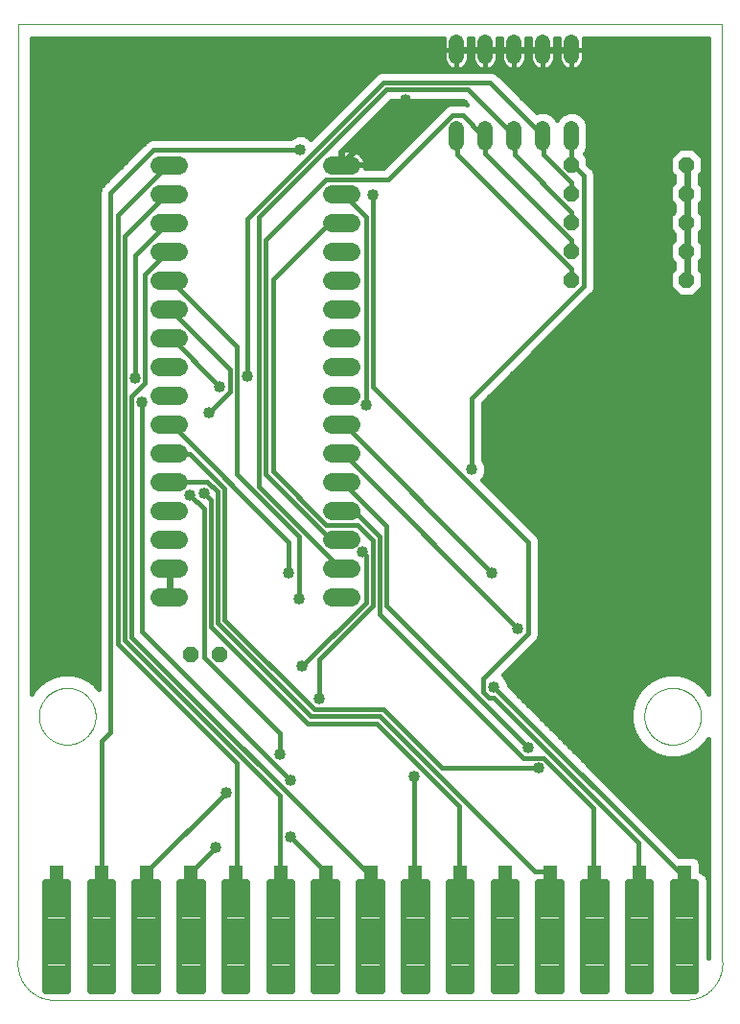
<source format=gtl>
G75*
%MOIN*%
%OFA0B0*%
%FSLAX25Y25*%
%IPPOS*%
%LPD*%
%AMOC8*
5,1,8,0,0,1.08239X$1,22.5*
%
%ADD10C,0.00000*%
%ADD11R,0.05000X0.05000*%
%ADD12C,0.02047*%
%ADD13C,0.06496*%
%ADD14OC8,0.05200*%
%ADD15C,0.05200*%
%ADD16C,0.01600*%
%ADD17C,0.04000*%
%ADD18C,0.02400*%
D10*
X0067595Y0047713D02*
X0067595Y0372634D01*
X0312516Y0372634D01*
X0312516Y0047713D01*
X0312517Y0047713D02*
X0312543Y0047410D01*
X0312563Y0047106D01*
X0312574Y0046802D01*
X0312579Y0046498D01*
X0312576Y0046194D01*
X0312566Y0045889D01*
X0312548Y0045586D01*
X0312524Y0045282D01*
X0312491Y0044980D01*
X0312452Y0044678D01*
X0312405Y0044377D01*
X0312351Y0044078D01*
X0312290Y0043780D01*
X0312221Y0043483D01*
X0312146Y0043189D01*
X0312063Y0042896D01*
X0311973Y0042605D01*
X0311877Y0042317D01*
X0311773Y0042030D01*
X0311663Y0041747D01*
X0311545Y0041466D01*
X0311421Y0041188D01*
X0311290Y0040914D01*
X0311153Y0040642D01*
X0311009Y0040374D01*
X0310859Y0040109D01*
X0310702Y0039849D01*
X0310539Y0039592D01*
X0310370Y0039339D01*
X0310195Y0039090D01*
X0310013Y0038845D01*
X0309826Y0038605D01*
X0309634Y0038370D01*
X0309435Y0038139D01*
X0309231Y0037913D01*
X0309022Y0037692D01*
X0308808Y0037477D01*
X0308588Y0037266D01*
X0308363Y0037061D01*
X0308133Y0036861D01*
X0307899Y0036667D01*
X0307660Y0036479D01*
X0307417Y0036296D01*
X0307169Y0036120D01*
X0306917Y0035949D01*
X0306661Y0035785D01*
X0306401Y0035627D01*
X0306137Y0035475D01*
X0305870Y0035330D01*
X0305599Y0035191D01*
X0305325Y0035058D01*
X0305048Y0034933D01*
X0304768Y0034814D01*
X0304485Y0034702D01*
X0304199Y0034596D01*
X0303911Y0034498D01*
X0303621Y0034407D01*
X0303329Y0034322D01*
X0303034Y0034245D01*
X0302738Y0034175D01*
X0302440Y0034112D01*
X0302141Y0034057D01*
X0301841Y0034008D01*
X0301539Y0033967D01*
X0301237Y0033933D01*
X0078875Y0033933D01*
X0078568Y0033968D01*
X0078262Y0034010D01*
X0077957Y0034059D01*
X0077653Y0034116D01*
X0077351Y0034180D01*
X0077050Y0034252D01*
X0076751Y0034331D01*
X0076455Y0034418D01*
X0076160Y0034512D01*
X0075868Y0034612D01*
X0075578Y0034720D01*
X0075292Y0034836D01*
X0075008Y0034958D01*
X0074727Y0035087D01*
X0074449Y0035223D01*
X0074175Y0035365D01*
X0073905Y0035515D01*
X0073638Y0035671D01*
X0073375Y0035833D01*
X0073116Y0036002D01*
X0072861Y0036177D01*
X0072611Y0036358D01*
X0072365Y0036546D01*
X0072124Y0036739D01*
X0071888Y0036939D01*
X0071657Y0037144D01*
X0071431Y0037354D01*
X0071210Y0037570D01*
X0070994Y0037792D01*
X0070784Y0038018D01*
X0070580Y0038250D01*
X0070381Y0038487D01*
X0070188Y0038729D01*
X0070002Y0038975D01*
X0069821Y0039225D01*
X0069646Y0039480D01*
X0069478Y0039740D01*
X0069316Y0040003D01*
X0069161Y0040270D01*
X0069012Y0040541D01*
X0068870Y0040816D01*
X0068735Y0041094D01*
X0068607Y0041375D01*
X0068485Y0041659D01*
X0068371Y0041946D01*
X0068264Y0042236D01*
X0068164Y0042528D01*
X0068071Y0042823D01*
X0067985Y0043120D01*
X0067907Y0043419D01*
X0067835Y0043720D01*
X0067772Y0044022D01*
X0067716Y0044326D01*
X0067667Y0044631D01*
X0067626Y0044937D01*
X0067592Y0045245D01*
X0067566Y0045553D01*
X0067547Y0045861D01*
X0067536Y0046170D01*
X0067533Y0046479D01*
X0067537Y0046788D01*
X0067549Y0047097D01*
X0067568Y0047405D01*
X0067595Y0047713D01*
X0074937Y0132358D02*
X0074940Y0132600D01*
X0074949Y0132841D01*
X0074964Y0133082D01*
X0074984Y0133323D01*
X0075011Y0133563D01*
X0075044Y0133802D01*
X0075082Y0134041D01*
X0075126Y0134278D01*
X0075176Y0134515D01*
X0075232Y0134750D01*
X0075294Y0134983D01*
X0075361Y0135215D01*
X0075434Y0135446D01*
X0075512Y0135674D01*
X0075597Y0135900D01*
X0075686Y0136125D01*
X0075781Y0136347D01*
X0075882Y0136566D01*
X0075988Y0136784D01*
X0076099Y0136998D01*
X0076216Y0137210D01*
X0076337Y0137418D01*
X0076464Y0137624D01*
X0076596Y0137826D01*
X0076733Y0138026D01*
X0076874Y0138221D01*
X0077020Y0138414D01*
X0077171Y0138602D01*
X0077327Y0138787D01*
X0077487Y0138968D01*
X0077651Y0139145D01*
X0077820Y0139318D01*
X0077993Y0139487D01*
X0078170Y0139651D01*
X0078351Y0139811D01*
X0078536Y0139967D01*
X0078724Y0140118D01*
X0078917Y0140264D01*
X0079112Y0140405D01*
X0079312Y0140542D01*
X0079514Y0140674D01*
X0079720Y0140801D01*
X0079928Y0140922D01*
X0080140Y0141039D01*
X0080354Y0141150D01*
X0080572Y0141256D01*
X0080791Y0141357D01*
X0081013Y0141452D01*
X0081238Y0141541D01*
X0081464Y0141626D01*
X0081692Y0141704D01*
X0081923Y0141777D01*
X0082155Y0141844D01*
X0082388Y0141906D01*
X0082623Y0141962D01*
X0082860Y0142012D01*
X0083097Y0142056D01*
X0083336Y0142094D01*
X0083575Y0142127D01*
X0083815Y0142154D01*
X0084056Y0142174D01*
X0084297Y0142189D01*
X0084538Y0142198D01*
X0084780Y0142201D01*
X0085022Y0142198D01*
X0085263Y0142189D01*
X0085504Y0142174D01*
X0085745Y0142154D01*
X0085985Y0142127D01*
X0086224Y0142094D01*
X0086463Y0142056D01*
X0086700Y0142012D01*
X0086937Y0141962D01*
X0087172Y0141906D01*
X0087405Y0141844D01*
X0087637Y0141777D01*
X0087868Y0141704D01*
X0088096Y0141626D01*
X0088322Y0141541D01*
X0088547Y0141452D01*
X0088769Y0141357D01*
X0088988Y0141256D01*
X0089206Y0141150D01*
X0089420Y0141039D01*
X0089632Y0140922D01*
X0089840Y0140801D01*
X0090046Y0140674D01*
X0090248Y0140542D01*
X0090448Y0140405D01*
X0090643Y0140264D01*
X0090836Y0140118D01*
X0091024Y0139967D01*
X0091209Y0139811D01*
X0091390Y0139651D01*
X0091567Y0139487D01*
X0091740Y0139318D01*
X0091909Y0139145D01*
X0092073Y0138968D01*
X0092233Y0138787D01*
X0092389Y0138602D01*
X0092540Y0138414D01*
X0092686Y0138221D01*
X0092827Y0138026D01*
X0092964Y0137826D01*
X0093096Y0137624D01*
X0093223Y0137418D01*
X0093344Y0137210D01*
X0093461Y0136998D01*
X0093572Y0136784D01*
X0093678Y0136566D01*
X0093779Y0136347D01*
X0093874Y0136125D01*
X0093963Y0135900D01*
X0094048Y0135674D01*
X0094126Y0135446D01*
X0094199Y0135215D01*
X0094266Y0134983D01*
X0094328Y0134750D01*
X0094384Y0134515D01*
X0094434Y0134278D01*
X0094478Y0134041D01*
X0094516Y0133802D01*
X0094549Y0133563D01*
X0094576Y0133323D01*
X0094596Y0133082D01*
X0094611Y0132841D01*
X0094620Y0132600D01*
X0094623Y0132358D01*
X0094620Y0132116D01*
X0094611Y0131875D01*
X0094596Y0131634D01*
X0094576Y0131393D01*
X0094549Y0131153D01*
X0094516Y0130914D01*
X0094478Y0130675D01*
X0094434Y0130438D01*
X0094384Y0130201D01*
X0094328Y0129966D01*
X0094266Y0129733D01*
X0094199Y0129501D01*
X0094126Y0129270D01*
X0094048Y0129042D01*
X0093963Y0128816D01*
X0093874Y0128591D01*
X0093779Y0128369D01*
X0093678Y0128150D01*
X0093572Y0127932D01*
X0093461Y0127718D01*
X0093344Y0127506D01*
X0093223Y0127298D01*
X0093096Y0127092D01*
X0092964Y0126890D01*
X0092827Y0126690D01*
X0092686Y0126495D01*
X0092540Y0126302D01*
X0092389Y0126114D01*
X0092233Y0125929D01*
X0092073Y0125748D01*
X0091909Y0125571D01*
X0091740Y0125398D01*
X0091567Y0125229D01*
X0091390Y0125065D01*
X0091209Y0124905D01*
X0091024Y0124749D01*
X0090836Y0124598D01*
X0090643Y0124452D01*
X0090448Y0124311D01*
X0090248Y0124174D01*
X0090046Y0124042D01*
X0089840Y0123915D01*
X0089632Y0123794D01*
X0089420Y0123677D01*
X0089206Y0123566D01*
X0088988Y0123460D01*
X0088769Y0123359D01*
X0088547Y0123264D01*
X0088322Y0123175D01*
X0088096Y0123090D01*
X0087868Y0123012D01*
X0087637Y0122939D01*
X0087405Y0122872D01*
X0087172Y0122810D01*
X0086937Y0122754D01*
X0086700Y0122704D01*
X0086463Y0122660D01*
X0086224Y0122622D01*
X0085985Y0122589D01*
X0085745Y0122562D01*
X0085504Y0122542D01*
X0085263Y0122527D01*
X0085022Y0122518D01*
X0084780Y0122515D01*
X0084538Y0122518D01*
X0084297Y0122527D01*
X0084056Y0122542D01*
X0083815Y0122562D01*
X0083575Y0122589D01*
X0083336Y0122622D01*
X0083097Y0122660D01*
X0082860Y0122704D01*
X0082623Y0122754D01*
X0082388Y0122810D01*
X0082155Y0122872D01*
X0081923Y0122939D01*
X0081692Y0123012D01*
X0081464Y0123090D01*
X0081238Y0123175D01*
X0081013Y0123264D01*
X0080791Y0123359D01*
X0080572Y0123460D01*
X0080354Y0123566D01*
X0080140Y0123677D01*
X0079928Y0123794D01*
X0079720Y0123915D01*
X0079514Y0124042D01*
X0079312Y0124174D01*
X0079112Y0124311D01*
X0078917Y0124452D01*
X0078724Y0124598D01*
X0078536Y0124749D01*
X0078351Y0124905D01*
X0078170Y0125065D01*
X0077993Y0125229D01*
X0077820Y0125398D01*
X0077651Y0125571D01*
X0077487Y0125748D01*
X0077327Y0125929D01*
X0077171Y0126114D01*
X0077020Y0126302D01*
X0076874Y0126495D01*
X0076733Y0126690D01*
X0076596Y0126890D01*
X0076464Y0127092D01*
X0076337Y0127298D01*
X0076216Y0127506D01*
X0076099Y0127718D01*
X0075988Y0127932D01*
X0075882Y0128150D01*
X0075781Y0128369D01*
X0075686Y0128591D01*
X0075597Y0128816D01*
X0075512Y0129042D01*
X0075434Y0129270D01*
X0075361Y0129501D01*
X0075294Y0129733D01*
X0075232Y0129966D01*
X0075176Y0130201D01*
X0075126Y0130438D01*
X0075082Y0130675D01*
X0075044Y0130914D01*
X0075011Y0131153D01*
X0074984Y0131393D01*
X0074964Y0131634D01*
X0074949Y0131875D01*
X0074940Y0132116D01*
X0074937Y0132358D01*
X0285488Y0132358D02*
X0285491Y0132600D01*
X0285500Y0132841D01*
X0285515Y0133082D01*
X0285535Y0133323D01*
X0285562Y0133563D01*
X0285595Y0133802D01*
X0285633Y0134041D01*
X0285677Y0134278D01*
X0285727Y0134515D01*
X0285783Y0134750D01*
X0285845Y0134983D01*
X0285912Y0135215D01*
X0285985Y0135446D01*
X0286063Y0135674D01*
X0286148Y0135900D01*
X0286237Y0136125D01*
X0286332Y0136347D01*
X0286433Y0136566D01*
X0286539Y0136784D01*
X0286650Y0136998D01*
X0286767Y0137210D01*
X0286888Y0137418D01*
X0287015Y0137624D01*
X0287147Y0137826D01*
X0287284Y0138026D01*
X0287425Y0138221D01*
X0287571Y0138414D01*
X0287722Y0138602D01*
X0287878Y0138787D01*
X0288038Y0138968D01*
X0288202Y0139145D01*
X0288371Y0139318D01*
X0288544Y0139487D01*
X0288721Y0139651D01*
X0288902Y0139811D01*
X0289087Y0139967D01*
X0289275Y0140118D01*
X0289468Y0140264D01*
X0289663Y0140405D01*
X0289863Y0140542D01*
X0290065Y0140674D01*
X0290271Y0140801D01*
X0290479Y0140922D01*
X0290691Y0141039D01*
X0290905Y0141150D01*
X0291123Y0141256D01*
X0291342Y0141357D01*
X0291564Y0141452D01*
X0291789Y0141541D01*
X0292015Y0141626D01*
X0292243Y0141704D01*
X0292474Y0141777D01*
X0292706Y0141844D01*
X0292939Y0141906D01*
X0293174Y0141962D01*
X0293411Y0142012D01*
X0293648Y0142056D01*
X0293887Y0142094D01*
X0294126Y0142127D01*
X0294366Y0142154D01*
X0294607Y0142174D01*
X0294848Y0142189D01*
X0295089Y0142198D01*
X0295331Y0142201D01*
X0295573Y0142198D01*
X0295814Y0142189D01*
X0296055Y0142174D01*
X0296296Y0142154D01*
X0296536Y0142127D01*
X0296775Y0142094D01*
X0297014Y0142056D01*
X0297251Y0142012D01*
X0297488Y0141962D01*
X0297723Y0141906D01*
X0297956Y0141844D01*
X0298188Y0141777D01*
X0298419Y0141704D01*
X0298647Y0141626D01*
X0298873Y0141541D01*
X0299098Y0141452D01*
X0299320Y0141357D01*
X0299539Y0141256D01*
X0299757Y0141150D01*
X0299971Y0141039D01*
X0300183Y0140922D01*
X0300391Y0140801D01*
X0300597Y0140674D01*
X0300799Y0140542D01*
X0300999Y0140405D01*
X0301194Y0140264D01*
X0301387Y0140118D01*
X0301575Y0139967D01*
X0301760Y0139811D01*
X0301941Y0139651D01*
X0302118Y0139487D01*
X0302291Y0139318D01*
X0302460Y0139145D01*
X0302624Y0138968D01*
X0302784Y0138787D01*
X0302940Y0138602D01*
X0303091Y0138414D01*
X0303237Y0138221D01*
X0303378Y0138026D01*
X0303515Y0137826D01*
X0303647Y0137624D01*
X0303774Y0137418D01*
X0303895Y0137210D01*
X0304012Y0136998D01*
X0304123Y0136784D01*
X0304229Y0136566D01*
X0304330Y0136347D01*
X0304425Y0136125D01*
X0304514Y0135900D01*
X0304599Y0135674D01*
X0304677Y0135446D01*
X0304750Y0135215D01*
X0304817Y0134983D01*
X0304879Y0134750D01*
X0304935Y0134515D01*
X0304985Y0134278D01*
X0305029Y0134041D01*
X0305067Y0133802D01*
X0305100Y0133563D01*
X0305127Y0133323D01*
X0305147Y0133082D01*
X0305162Y0132841D01*
X0305171Y0132600D01*
X0305174Y0132358D01*
X0305171Y0132116D01*
X0305162Y0131875D01*
X0305147Y0131634D01*
X0305127Y0131393D01*
X0305100Y0131153D01*
X0305067Y0130914D01*
X0305029Y0130675D01*
X0304985Y0130438D01*
X0304935Y0130201D01*
X0304879Y0129966D01*
X0304817Y0129733D01*
X0304750Y0129501D01*
X0304677Y0129270D01*
X0304599Y0129042D01*
X0304514Y0128816D01*
X0304425Y0128591D01*
X0304330Y0128369D01*
X0304229Y0128150D01*
X0304123Y0127932D01*
X0304012Y0127718D01*
X0303895Y0127506D01*
X0303774Y0127298D01*
X0303647Y0127092D01*
X0303515Y0126890D01*
X0303378Y0126690D01*
X0303237Y0126495D01*
X0303091Y0126302D01*
X0302940Y0126114D01*
X0302784Y0125929D01*
X0302624Y0125748D01*
X0302460Y0125571D01*
X0302291Y0125398D01*
X0302118Y0125229D01*
X0301941Y0125065D01*
X0301760Y0124905D01*
X0301575Y0124749D01*
X0301387Y0124598D01*
X0301194Y0124452D01*
X0300999Y0124311D01*
X0300799Y0124174D01*
X0300597Y0124042D01*
X0300391Y0123915D01*
X0300183Y0123794D01*
X0299971Y0123677D01*
X0299757Y0123566D01*
X0299539Y0123460D01*
X0299320Y0123359D01*
X0299098Y0123264D01*
X0298873Y0123175D01*
X0298647Y0123090D01*
X0298419Y0123012D01*
X0298188Y0122939D01*
X0297956Y0122872D01*
X0297723Y0122810D01*
X0297488Y0122754D01*
X0297251Y0122704D01*
X0297014Y0122660D01*
X0296775Y0122622D01*
X0296536Y0122589D01*
X0296296Y0122562D01*
X0296055Y0122542D01*
X0295814Y0122527D01*
X0295573Y0122518D01*
X0295331Y0122515D01*
X0295089Y0122518D01*
X0294848Y0122527D01*
X0294607Y0122542D01*
X0294366Y0122562D01*
X0294126Y0122589D01*
X0293887Y0122622D01*
X0293648Y0122660D01*
X0293411Y0122704D01*
X0293174Y0122754D01*
X0292939Y0122810D01*
X0292706Y0122872D01*
X0292474Y0122939D01*
X0292243Y0123012D01*
X0292015Y0123090D01*
X0291789Y0123175D01*
X0291564Y0123264D01*
X0291342Y0123359D01*
X0291123Y0123460D01*
X0290905Y0123566D01*
X0290691Y0123677D01*
X0290479Y0123794D01*
X0290271Y0123915D01*
X0290065Y0124042D01*
X0289863Y0124174D01*
X0289663Y0124311D01*
X0289468Y0124452D01*
X0289275Y0124598D01*
X0289087Y0124749D01*
X0288902Y0124905D01*
X0288721Y0125065D01*
X0288544Y0125229D01*
X0288371Y0125398D01*
X0288202Y0125571D01*
X0288038Y0125748D01*
X0287878Y0125929D01*
X0287722Y0126114D01*
X0287571Y0126302D01*
X0287425Y0126495D01*
X0287284Y0126690D01*
X0287147Y0126890D01*
X0287015Y0127092D01*
X0286888Y0127298D01*
X0286767Y0127506D01*
X0286650Y0127718D01*
X0286539Y0127932D01*
X0286433Y0128150D01*
X0286332Y0128369D01*
X0286237Y0128591D01*
X0286148Y0128816D01*
X0286063Y0129042D01*
X0285985Y0129270D01*
X0285912Y0129501D01*
X0285845Y0129733D01*
X0285783Y0129966D01*
X0285727Y0130201D01*
X0285677Y0130438D01*
X0285633Y0130675D01*
X0285595Y0130914D01*
X0285562Y0131153D01*
X0285535Y0131393D01*
X0285515Y0131634D01*
X0285500Y0131875D01*
X0285491Y0132116D01*
X0285488Y0132358D01*
D11*
X0283786Y0078211D03*
X0283786Y0078211D03*
X0283786Y0078211D03*
X0299376Y0078211D03*
X0299376Y0078211D03*
X0299376Y0078211D03*
X0268195Y0078211D03*
X0268195Y0078211D03*
X0268195Y0078211D03*
X0252605Y0078211D03*
X0252605Y0078211D03*
X0252605Y0078211D03*
X0237014Y0078211D03*
X0237014Y0078211D03*
X0237014Y0078211D03*
X0221424Y0078211D03*
X0221424Y0078211D03*
X0221424Y0078211D03*
X0205833Y0078211D03*
X0205833Y0078211D03*
X0205833Y0078211D03*
X0190243Y0078211D03*
X0190243Y0078211D03*
X0190243Y0078211D03*
X0174652Y0078211D03*
X0174652Y0078211D03*
X0174652Y0078211D03*
X0159061Y0078211D03*
X0159061Y0078211D03*
X0159061Y0078211D03*
X0143471Y0078211D03*
X0143471Y0078211D03*
X0143471Y0078211D03*
X0127880Y0078211D03*
X0127880Y0078211D03*
X0127880Y0078211D03*
X0112290Y0078211D03*
X0112290Y0078211D03*
X0112290Y0078211D03*
X0096699Y0078211D03*
X0096699Y0078211D03*
X0096699Y0078211D03*
X0081109Y0078211D03*
X0081109Y0078211D03*
X0081109Y0078211D03*
D12*
X0077014Y0074688D02*
X0077014Y0036734D01*
X0077014Y0074688D02*
X0085204Y0074688D01*
X0085204Y0036734D01*
X0077014Y0036734D01*
X0077014Y0038780D02*
X0085204Y0038780D01*
X0085204Y0040826D02*
X0077014Y0040826D01*
X0077014Y0042872D02*
X0085204Y0042872D01*
X0085204Y0044918D02*
X0077014Y0044918D01*
X0077014Y0046964D02*
X0085204Y0046964D01*
X0085204Y0049010D02*
X0077014Y0049010D01*
X0077014Y0051056D02*
X0085204Y0051056D01*
X0085204Y0053102D02*
X0077014Y0053102D01*
X0077014Y0055148D02*
X0085204Y0055148D01*
X0085204Y0057194D02*
X0077014Y0057194D01*
X0077014Y0059240D02*
X0085204Y0059240D01*
X0085204Y0061286D02*
X0077014Y0061286D01*
X0077014Y0063332D02*
X0085204Y0063332D01*
X0085204Y0065378D02*
X0077014Y0065378D01*
X0077014Y0067424D02*
X0085204Y0067424D01*
X0085204Y0069470D02*
X0077014Y0069470D01*
X0077014Y0071516D02*
X0085204Y0071516D01*
X0085204Y0073562D02*
X0077014Y0073562D01*
X0077014Y0074688D02*
X0077014Y0036734D01*
X0077014Y0074688D02*
X0085204Y0074688D01*
X0085204Y0036734D01*
X0077014Y0036734D01*
X0077014Y0038780D02*
X0085204Y0038780D01*
X0085204Y0040826D02*
X0077014Y0040826D01*
X0077014Y0042872D02*
X0085204Y0042872D01*
X0085204Y0044918D02*
X0077014Y0044918D01*
X0077014Y0046964D02*
X0085204Y0046964D01*
X0085204Y0049010D02*
X0077014Y0049010D01*
X0077014Y0051056D02*
X0085204Y0051056D01*
X0085204Y0053102D02*
X0077014Y0053102D01*
X0077014Y0055148D02*
X0085204Y0055148D01*
X0085204Y0057194D02*
X0077014Y0057194D01*
X0077014Y0059240D02*
X0085204Y0059240D01*
X0085204Y0061286D02*
X0077014Y0061286D01*
X0077014Y0063332D02*
X0085204Y0063332D01*
X0085204Y0065378D02*
X0077014Y0065378D01*
X0077014Y0067424D02*
X0085204Y0067424D01*
X0085204Y0069470D02*
X0077014Y0069470D01*
X0077014Y0071516D02*
X0085204Y0071516D01*
X0085204Y0073562D02*
X0077014Y0073562D01*
X0077014Y0074688D02*
X0077014Y0036734D01*
X0077014Y0074688D02*
X0085204Y0074688D01*
X0085204Y0036734D01*
X0077014Y0036734D01*
X0077014Y0038780D02*
X0085204Y0038780D01*
X0085204Y0040826D02*
X0077014Y0040826D01*
X0077014Y0042872D02*
X0085204Y0042872D01*
X0085204Y0044918D02*
X0077014Y0044918D01*
X0077014Y0046964D02*
X0085204Y0046964D01*
X0085204Y0049010D02*
X0077014Y0049010D01*
X0077014Y0051056D02*
X0085204Y0051056D01*
X0085204Y0053102D02*
X0077014Y0053102D01*
X0077014Y0055148D02*
X0085204Y0055148D01*
X0085204Y0057194D02*
X0077014Y0057194D01*
X0077014Y0059240D02*
X0085204Y0059240D01*
X0085204Y0061286D02*
X0077014Y0061286D01*
X0077014Y0063332D02*
X0085204Y0063332D01*
X0085204Y0065378D02*
X0077014Y0065378D01*
X0077014Y0067424D02*
X0085204Y0067424D01*
X0085204Y0069470D02*
X0077014Y0069470D01*
X0077014Y0071516D02*
X0085204Y0071516D01*
X0085204Y0073562D02*
X0077014Y0073562D01*
X0092604Y0074688D02*
X0092604Y0036734D01*
X0092604Y0074688D02*
X0100794Y0074688D01*
X0100794Y0036734D01*
X0092604Y0036734D01*
X0092604Y0038780D02*
X0100794Y0038780D01*
X0100794Y0040826D02*
X0092604Y0040826D01*
X0092604Y0042872D02*
X0100794Y0042872D01*
X0100794Y0044918D02*
X0092604Y0044918D01*
X0092604Y0046964D02*
X0100794Y0046964D01*
X0100794Y0049010D02*
X0092604Y0049010D01*
X0092604Y0051056D02*
X0100794Y0051056D01*
X0100794Y0053102D02*
X0092604Y0053102D01*
X0092604Y0055148D02*
X0100794Y0055148D01*
X0100794Y0057194D02*
X0092604Y0057194D01*
X0092604Y0059240D02*
X0100794Y0059240D01*
X0100794Y0061286D02*
X0092604Y0061286D01*
X0092604Y0063332D02*
X0100794Y0063332D01*
X0100794Y0065378D02*
X0092604Y0065378D01*
X0092604Y0067424D02*
X0100794Y0067424D01*
X0100794Y0069470D02*
X0092604Y0069470D01*
X0092604Y0071516D02*
X0100794Y0071516D01*
X0100794Y0073562D02*
X0092604Y0073562D01*
X0092604Y0074688D02*
X0092604Y0036734D01*
X0092604Y0074688D02*
X0100794Y0074688D01*
X0100794Y0036734D01*
X0092604Y0036734D01*
X0092604Y0038780D02*
X0100794Y0038780D01*
X0100794Y0040826D02*
X0092604Y0040826D01*
X0092604Y0042872D02*
X0100794Y0042872D01*
X0100794Y0044918D02*
X0092604Y0044918D01*
X0092604Y0046964D02*
X0100794Y0046964D01*
X0100794Y0049010D02*
X0092604Y0049010D01*
X0092604Y0051056D02*
X0100794Y0051056D01*
X0100794Y0053102D02*
X0092604Y0053102D01*
X0092604Y0055148D02*
X0100794Y0055148D01*
X0100794Y0057194D02*
X0092604Y0057194D01*
X0092604Y0059240D02*
X0100794Y0059240D01*
X0100794Y0061286D02*
X0092604Y0061286D01*
X0092604Y0063332D02*
X0100794Y0063332D01*
X0100794Y0065378D02*
X0092604Y0065378D01*
X0092604Y0067424D02*
X0100794Y0067424D01*
X0100794Y0069470D02*
X0092604Y0069470D01*
X0092604Y0071516D02*
X0100794Y0071516D01*
X0100794Y0073562D02*
X0092604Y0073562D01*
X0092604Y0074688D02*
X0092604Y0036734D01*
X0092604Y0074688D02*
X0100794Y0074688D01*
X0100794Y0036734D01*
X0092604Y0036734D01*
X0092604Y0038780D02*
X0100794Y0038780D01*
X0100794Y0040826D02*
X0092604Y0040826D01*
X0092604Y0042872D02*
X0100794Y0042872D01*
X0100794Y0044918D02*
X0092604Y0044918D01*
X0092604Y0046964D02*
X0100794Y0046964D01*
X0100794Y0049010D02*
X0092604Y0049010D01*
X0092604Y0051056D02*
X0100794Y0051056D01*
X0100794Y0053102D02*
X0092604Y0053102D01*
X0092604Y0055148D02*
X0100794Y0055148D01*
X0100794Y0057194D02*
X0092604Y0057194D01*
X0092604Y0059240D02*
X0100794Y0059240D01*
X0100794Y0061286D02*
X0092604Y0061286D01*
X0092604Y0063332D02*
X0100794Y0063332D01*
X0100794Y0065378D02*
X0092604Y0065378D01*
X0092604Y0067424D02*
X0100794Y0067424D01*
X0100794Y0069470D02*
X0092604Y0069470D01*
X0092604Y0071516D02*
X0100794Y0071516D01*
X0100794Y0073562D02*
X0092604Y0073562D01*
X0108195Y0074688D02*
X0108195Y0036734D01*
X0108195Y0074688D02*
X0116385Y0074688D01*
X0116385Y0036734D01*
X0108195Y0036734D01*
X0108195Y0038780D02*
X0116385Y0038780D01*
X0116385Y0040826D02*
X0108195Y0040826D01*
X0108195Y0042872D02*
X0116385Y0042872D01*
X0116385Y0044918D02*
X0108195Y0044918D01*
X0108195Y0046964D02*
X0116385Y0046964D01*
X0116385Y0049010D02*
X0108195Y0049010D01*
X0108195Y0051056D02*
X0116385Y0051056D01*
X0116385Y0053102D02*
X0108195Y0053102D01*
X0108195Y0055148D02*
X0116385Y0055148D01*
X0116385Y0057194D02*
X0108195Y0057194D01*
X0108195Y0059240D02*
X0116385Y0059240D01*
X0116385Y0061286D02*
X0108195Y0061286D01*
X0108195Y0063332D02*
X0116385Y0063332D01*
X0116385Y0065378D02*
X0108195Y0065378D01*
X0108195Y0067424D02*
X0116385Y0067424D01*
X0116385Y0069470D02*
X0108195Y0069470D01*
X0108195Y0071516D02*
X0116385Y0071516D01*
X0116385Y0073562D02*
X0108195Y0073562D01*
X0108195Y0074688D02*
X0108195Y0036734D01*
X0108195Y0074688D02*
X0116385Y0074688D01*
X0116385Y0036734D01*
X0108195Y0036734D01*
X0108195Y0038780D02*
X0116385Y0038780D01*
X0116385Y0040826D02*
X0108195Y0040826D01*
X0108195Y0042872D02*
X0116385Y0042872D01*
X0116385Y0044918D02*
X0108195Y0044918D01*
X0108195Y0046964D02*
X0116385Y0046964D01*
X0116385Y0049010D02*
X0108195Y0049010D01*
X0108195Y0051056D02*
X0116385Y0051056D01*
X0116385Y0053102D02*
X0108195Y0053102D01*
X0108195Y0055148D02*
X0116385Y0055148D01*
X0116385Y0057194D02*
X0108195Y0057194D01*
X0108195Y0059240D02*
X0116385Y0059240D01*
X0116385Y0061286D02*
X0108195Y0061286D01*
X0108195Y0063332D02*
X0116385Y0063332D01*
X0116385Y0065378D02*
X0108195Y0065378D01*
X0108195Y0067424D02*
X0116385Y0067424D01*
X0116385Y0069470D02*
X0108195Y0069470D01*
X0108195Y0071516D02*
X0116385Y0071516D01*
X0116385Y0073562D02*
X0108195Y0073562D01*
X0108195Y0074688D02*
X0108195Y0036734D01*
X0108195Y0074688D02*
X0116385Y0074688D01*
X0116385Y0036734D01*
X0108195Y0036734D01*
X0108195Y0038780D02*
X0116385Y0038780D01*
X0116385Y0040826D02*
X0108195Y0040826D01*
X0108195Y0042872D02*
X0116385Y0042872D01*
X0116385Y0044918D02*
X0108195Y0044918D01*
X0108195Y0046964D02*
X0116385Y0046964D01*
X0116385Y0049010D02*
X0108195Y0049010D01*
X0108195Y0051056D02*
X0116385Y0051056D01*
X0116385Y0053102D02*
X0108195Y0053102D01*
X0108195Y0055148D02*
X0116385Y0055148D01*
X0116385Y0057194D02*
X0108195Y0057194D01*
X0108195Y0059240D02*
X0116385Y0059240D01*
X0116385Y0061286D02*
X0108195Y0061286D01*
X0108195Y0063332D02*
X0116385Y0063332D01*
X0116385Y0065378D02*
X0108195Y0065378D01*
X0108195Y0067424D02*
X0116385Y0067424D01*
X0116385Y0069470D02*
X0108195Y0069470D01*
X0108195Y0071516D02*
X0116385Y0071516D01*
X0116385Y0073562D02*
X0108195Y0073562D01*
X0123785Y0074688D02*
X0123785Y0036734D01*
X0123785Y0074688D02*
X0131975Y0074688D01*
X0131975Y0036734D01*
X0123785Y0036734D01*
X0123785Y0038780D02*
X0131975Y0038780D01*
X0131975Y0040826D02*
X0123785Y0040826D01*
X0123785Y0042872D02*
X0131975Y0042872D01*
X0131975Y0044918D02*
X0123785Y0044918D01*
X0123785Y0046964D02*
X0131975Y0046964D01*
X0131975Y0049010D02*
X0123785Y0049010D01*
X0123785Y0051056D02*
X0131975Y0051056D01*
X0131975Y0053102D02*
X0123785Y0053102D01*
X0123785Y0055148D02*
X0131975Y0055148D01*
X0131975Y0057194D02*
X0123785Y0057194D01*
X0123785Y0059240D02*
X0131975Y0059240D01*
X0131975Y0061286D02*
X0123785Y0061286D01*
X0123785Y0063332D02*
X0131975Y0063332D01*
X0131975Y0065378D02*
X0123785Y0065378D01*
X0123785Y0067424D02*
X0131975Y0067424D01*
X0131975Y0069470D02*
X0123785Y0069470D01*
X0123785Y0071516D02*
X0131975Y0071516D01*
X0131975Y0073562D02*
X0123785Y0073562D01*
X0123785Y0074688D02*
X0123785Y0036734D01*
X0123785Y0074688D02*
X0131975Y0074688D01*
X0131975Y0036734D01*
X0123785Y0036734D01*
X0123785Y0038780D02*
X0131975Y0038780D01*
X0131975Y0040826D02*
X0123785Y0040826D01*
X0123785Y0042872D02*
X0131975Y0042872D01*
X0131975Y0044918D02*
X0123785Y0044918D01*
X0123785Y0046964D02*
X0131975Y0046964D01*
X0131975Y0049010D02*
X0123785Y0049010D01*
X0123785Y0051056D02*
X0131975Y0051056D01*
X0131975Y0053102D02*
X0123785Y0053102D01*
X0123785Y0055148D02*
X0131975Y0055148D01*
X0131975Y0057194D02*
X0123785Y0057194D01*
X0123785Y0059240D02*
X0131975Y0059240D01*
X0131975Y0061286D02*
X0123785Y0061286D01*
X0123785Y0063332D02*
X0131975Y0063332D01*
X0131975Y0065378D02*
X0123785Y0065378D01*
X0123785Y0067424D02*
X0131975Y0067424D01*
X0131975Y0069470D02*
X0123785Y0069470D01*
X0123785Y0071516D02*
X0131975Y0071516D01*
X0131975Y0073562D02*
X0123785Y0073562D01*
X0123785Y0074688D02*
X0123785Y0036734D01*
X0123785Y0074688D02*
X0131975Y0074688D01*
X0131975Y0036734D01*
X0123785Y0036734D01*
X0123785Y0038780D02*
X0131975Y0038780D01*
X0131975Y0040826D02*
X0123785Y0040826D01*
X0123785Y0042872D02*
X0131975Y0042872D01*
X0131975Y0044918D02*
X0123785Y0044918D01*
X0123785Y0046964D02*
X0131975Y0046964D01*
X0131975Y0049010D02*
X0123785Y0049010D01*
X0123785Y0051056D02*
X0131975Y0051056D01*
X0131975Y0053102D02*
X0123785Y0053102D01*
X0123785Y0055148D02*
X0131975Y0055148D01*
X0131975Y0057194D02*
X0123785Y0057194D01*
X0123785Y0059240D02*
X0131975Y0059240D01*
X0131975Y0061286D02*
X0123785Y0061286D01*
X0123785Y0063332D02*
X0131975Y0063332D01*
X0131975Y0065378D02*
X0123785Y0065378D01*
X0123785Y0067424D02*
X0131975Y0067424D01*
X0131975Y0069470D02*
X0123785Y0069470D01*
X0123785Y0071516D02*
X0131975Y0071516D01*
X0131975Y0073562D02*
X0123785Y0073562D01*
X0139376Y0074688D02*
X0139376Y0036734D01*
X0139376Y0074688D02*
X0147566Y0074688D01*
X0147566Y0036734D01*
X0139376Y0036734D01*
X0139376Y0038780D02*
X0147566Y0038780D01*
X0147566Y0040826D02*
X0139376Y0040826D01*
X0139376Y0042872D02*
X0147566Y0042872D01*
X0147566Y0044918D02*
X0139376Y0044918D01*
X0139376Y0046964D02*
X0147566Y0046964D01*
X0147566Y0049010D02*
X0139376Y0049010D01*
X0139376Y0051056D02*
X0147566Y0051056D01*
X0147566Y0053102D02*
X0139376Y0053102D01*
X0139376Y0055148D02*
X0147566Y0055148D01*
X0147566Y0057194D02*
X0139376Y0057194D01*
X0139376Y0059240D02*
X0147566Y0059240D01*
X0147566Y0061286D02*
X0139376Y0061286D01*
X0139376Y0063332D02*
X0147566Y0063332D01*
X0147566Y0065378D02*
X0139376Y0065378D01*
X0139376Y0067424D02*
X0147566Y0067424D01*
X0147566Y0069470D02*
X0139376Y0069470D01*
X0139376Y0071516D02*
X0147566Y0071516D01*
X0147566Y0073562D02*
X0139376Y0073562D01*
X0139376Y0074688D02*
X0139376Y0036734D01*
X0139376Y0074688D02*
X0147566Y0074688D01*
X0147566Y0036734D01*
X0139376Y0036734D01*
X0139376Y0038780D02*
X0147566Y0038780D01*
X0147566Y0040826D02*
X0139376Y0040826D01*
X0139376Y0042872D02*
X0147566Y0042872D01*
X0147566Y0044918D02*
X0139376Y0044918D01*
X0139376Y0046964D02*
X0147566Y0046964D01*
X0147566Y0049010D02*
X0139376Y0049010D01*
X0139376Y0051056D02*
X0147566Y0051056D01*
X0147566Y0053102D02*
X0139376Y0053102D01*
X0139376Y0055148D02*
X0147566Y0055148D01*
X0147566Y0057194D02*
X0139376Y0057194D01*
X0139376Y0059240D02*
X0147566Y0059240D01*
X0147566Y0061286D02*
X0139376Y0061286D01*
X0139376Y0063332D02*
X0147566Y0063332D01*
X0147566Y0065378D02*
X0139376Y0065378D01*
X0139376Y0067424D02*
X0147566Y0067424D01*
X0147566Y0069470D02*
X0139376Y0069470D01*
X0139376Y0071516D02*
X0147566Y0071516D01*
X0147566Y0073562D02*
X0139376Y0073562D01*
X0139376Y0074688D02*
X0139376Y0036734D01*
X0139376Y0074688D02*
X0147566Y0074688D01*
X0147566Y0036734D01*
X0139376Y0036734D01*
X0139376Y0038780D02*
X0147566Y0038780D01*
X0147566Y0040826D02*
X0139376Y0040826D01*
X0139376Y0042872D02*
X0147566Y0042872D01*
X0147566Y0044918D02*
X0139376Y0044918D01*
X0139376Y0046964D02*
X0147566Y0046964D01*
X0147566Y0049010D02*
X0139376Y0049010D01*
X0139376Y0051056D02*
X0147566Y0051056D01*
X0147566Y0053102D02*
X0139376Y0053102D01*
X0139376Y0055148D02*
X0147566Y0055148D01*
X0147566Y0057194D02*
X0139376Y0057194D01*
X0139376Y0059240D02*
X0147566Y0059240D01*
X0147566Y0061286D02*
X0139376Y0061286D01*
X0139376Y0063332D02*
X0147566Y0063332D01*
X0147566Y0065378D02*
X0139376Y0065378D01*
X0139376Y0067424D02*
X0147566Y0067424D01*
X0147566Y0069470D02*
X0139376Y0069470D01*
X0139376Y0071516D02*
X0147566Y0071516D01*
X0147566Y0073562D02*
X0139376Y0073562D01*
X0154966Y0074688D02*
X0154966Y0036734D01*
X0154966Y0074688D02*
X0163156Y0074688D01*
X0163156Y0036734D01*
X0154966Y0036734D01*
X0154966Y0038780D02*
X0163156Y0038780D01*
X0163156Y0040826D02*
X0154966Y0040826D01*
X0154966Y0042872D02*
X0163156Y0042872D01*
X0163156Y0044918D02*
X0154966Y0044918D01*
X0154966Y0046964D02*
X0163156Y0046964D01*
X0163156Y0049010D02*
X0154966Y0049010D01*
X0154966Y0051056D02*
X0163156Y0051056D01*
X0163156Y0053102D02*
X0154966Y0053102D01*
X0154966Y0055148D02*
X0163156Y0055148D01*
X0163156Y0057194D02*
X0154966Y0057194D01*
X0154966Y0059240D02*
X0163156Y0059240D01*
X0163156Y0061286D02*
X0154966Y0061286D01*
X0154966Y0063332D02*
X0163156Y0063332D01*
X0163156Y0065378D02*
X0154966Y0065378D01*
X0154966Y0067424D02*
X0163156Y0067424D01*
X0163156Y0069470D02*
X0154966Y0069470D01*
X0154966Y0071516D02*
X0163156Y0071516D01*
X0163156Y0073562D02*
X0154966Y0073562D01*
X0154966Y0074688D02*
X0154966Y0036734D01*
X0154966Y0074688D02*
X0163156Y0074688D01*
X0163156Y0036734D01*
X0154966Y0036734D01*
X0154966Y0038780D02*
X0163156Y0038780D01*
X0163156Y0040826D02*
X0154966Y0040826D01*
X0154966Y0042872D02*
X0163156Y0042872D01*
X0163156Y0044918D02*
X0154966Y0044918D01*
X0154966Y0046964D02*
X0163156Y0046964D01*
X0163156Y0049010D02*
X0154966Y0049010D01*
X0154966Y0051056D02*
X0163156Y0051056D01*
X0163156Y0053102D02*
X0154966Y0053102D01*
X0154966Y0055148D02*
X0163156Y0055148D01*
X0163156Y0057194D02*
X0154966Y0057194D01*
X0154966Y0059240D02*
X0163156Y0059240D01*
X0163156Y0061286D02*
X0154966Y0061286D01*
X0154966Y0063332D02*
X0163156Y0063332D01*
X0163156Y0065378D02*
X0154966Y0065378D01*
X0154966Y0067424D02*
X0163156Y0067424D01*
X0163156Y0069470D02*
X0154966Y0069470D01*
X0154966Y0071516D02*
X0163156Y0071516D01*
X0163156Y0073562D02*
X0154966Y0073562D01*
X0154966Y0074688D02*
X0154966Y0036734D01*
X0154966Y0074688D02*
X0163156Y0074688D01*
X0163156Y0036734D01*
X0154966Y0036734D01*
X0154966Y0038780D02*
X0163156Y0038780D01*
X0163156Y0040826D02*
X0154966Y0040826D01*
X0154966Y0042872D02*
X0163156Y0042872D01*
X0163156Y0044918D02*
X0154966Y0044918D01*
X0154966Y0046964D02*
X0163156Y0046964D01*
X0163156Y0049010D02*
X0154966Y0049010D01*
X0154966Y0051056D02*
X0163156Y0051056D01*
X0163156Y0053102D02*
X0154966Y0053102D01*
X0154966Y0055148D02*
X0163156Y0055148D01*
X0163156Y0057194D02*
X0154966Y0057194D01*
X0154966Y0059240D02*
X0163156Y0059240D01*
X0163156Y0061286D02*
X0154966Y0061286D01*
X0154966Y0063332D02*
X0163156Y0063332D01*
X0163156Y0065378D02*
X0154966Y0065378D01*
X0154966Y0067424D02*
X0163156Y0067424D01*
X0163156Y0069470D02*
X0154966Y0069470D01*
X0154966Y0071516D02*
X0163156Y0071516D01*
X0163156Y0073562D02*
X0154966Y0073562D01*
X0170557Y0074688D02*
X0170557Y0036734D01*
X0170557Y0074688D02*
X0178747Y0074688D01*
X0178747Y0036734D01*
X0170557Y0036734D01*
X0170557Y0038780D02*
X0178747Y0038780D01*
X0178747Y0040826D02*
X0170557Y0040826D01*
X0170557Y0042872D02*
X0178747Y0042872D01*
X0178747Y0044918D02*
X0170557Y0044918D01*
X0170557Y0046964D02*
X0178747Y0046964D01*
X0178747Y0049010D02*
X0170557Y0049010D01*
X0170557Y0051056D02*
X0178747Y0051056D01*
X0178747Y0053102D02*
X0170557Y0053102D01*
X0170557Y0055148D02*
X0178747Y0055148D01*
X0178747Y0057194D02*
X0170557Y0057194D01*
X0170557Y0059240D02*
X0178747Y0059240D01*
X0178747Y0061286D02*
X0170557Y0061286D01*
X0170557Y0063332D02*
X0178747Y0063332D01*
X0178747Y0065378D02*
X0170557Y0065378D01*
X0170557Y0067424D02*
X0178747Y0067424D01*
X0178747Y0069470D02*
X0170557Y0069470D01*
X0170557Y0071516D02*
X0178747Y0071516D01*
X0178747Y0073562D02*
X0170557Y0073562D01*
X0170557Y0074688D02*
X0170557Y0036734D01*
X0170557Y0074688D02*
X0178747Y0074688D01*
X0178747Y0036734D01*
X0170557Y0036734D01*
X0170557Y0038780D02*
X0178747Y0038780D01*
X0178747Y0040826D02*
X0170557Y0040826D01*
X0170557Y0042872D02*
X0178747Y0042872D01*
X0178747Y0044918D02*
X0170557Y0044918D01*
X0170557Y0046964D02*
X0178747Y0046964D01*
X0178747Y0049010D02*
X0170557Y0049010D01*
X0170557Y0051056D02*
X0178747Y0051056D01*
X0178747Y0053102D02*
X0170557Y0053102D01*
X0170557Y0055148D02*
X0178747Y0055148D01*
X0178747Y0057194D02*
X0170557Y0057194D01*
X0170557Y0059240D02*
X0178747Y0059240D01*
X0178747Y0061286D02*
X0170557Y0061286D01*
X0170557Y0063332D02*
X0178747Y0063332D01*
X0178747Y0065378D02*
X0170557Y0065378D01*
X0170557Y0067424D02*
X0178747Y0067424D01*
X0178747Y0069470D02*
X0170557Y0069470D01*
X0170557Y0071516D02*
X0178747Y0071516D01*
X0178747Y0073562D02*
X0170557Y0073562D01*
X0170557Y0074688D02*
X0170557Y0036734D01*
X0170557Y0074688D02*
X0178747Y0074688D01*
X0178747Y0036734D01*
X0170557Y0036734D01*
X0170557Y0038780D02*
X0178747Y0038780D01*
X0178747Y0040826D02*
X0170557Y0040826D01*
X0170557Y0042872D02*
X0178747Y0042872D01*
X0178747Y0044918D02*
X0170557Y0044918D01*
X0170557Y0046964D02*
X0178747Y0046964D01*
X0178747Y0049010D02*
X0170557Y0049010D01*
X0170557Y0051056D02*
X0178747Y0051056D01*
X0178747Y0053102D02*
X0170557Y0053102D01*
X0170557Y0055148D02*
X0178747Y0055148D01*
X0178747Y0057194D02*
X0170557Y0057194D01*
X0170557Y0059240D02*
X0178747Y0059240D01*
X0178747Y0061286D02*
X0170557Y0061286D01*
X0170557Y0063332D02*
X0178747Y0063332D01*
X0178747Y0065378D02*
X0170557Y0065378D01*
X0170557Y0067424D02*
X0178747Y0067424D01*
X0178747Y0069470D02*
X0170557Y0069470D01*
X0170557Y0071516D02*
X0178747Y0071516D01*
X0178747Y0073562D02*
X0170557Y0073562D01*
X0186148Y0074688D02*
X0186148Y0036734D01*
X0186148Y0074688D02*
X0194338Y0074688D01*
X0194338Y0036734D01*
X0186148Y0036734D01*
X0186148Y0038780D02*
X0194338Y0038780D01*
X0194338Y0040826D02*
X0186148Y0040826D01*
X0186148Y0042872D02*
X0194338Y0042872D01*
X0194338Y0044918D02*
X0186148Y0044918D01*
X0186148Y0046964D02*
X0194338Y0046964D01*
X0194338Y0049010D02*
X0186148Y0049010D01*
X0186148Y0051056D02*
X0194338Y0051056D01*
X0194338Y0053102D02*
X0186148Y0053102D01*
X0186148Y0055148D02*
X0194338Y0055148D01*
X0194338Y0057194D02*
X0186148Y0057194D01*
X0186148Y0059240D02*
X0194338Y0059240D01*
X0194338Y0061286D02*
X0186148Y0061286D01*
X0186148Y0063332D02*
X0194338Y0063332D01*
X0194338Y0065378D02*
X0186148Y0065378D01*
X0186148Y0067424D02*
X0194338Y0067424D01*
X0194338Y0069470D02*
X0186148Y0069470D01*
X0186148Y0071516D02*
X0194338Y0071516D01*
X0194338Y0073562D02*
X0186148Y0073562D01*
X0186148Y0074688D02*
X0186148Y0036734D01*
X0186148Y0074688D02*
X0194338Y0074688D01*
X0194338Y0036734D01*
X0186148Y0036734D01*
X0186148Y0038780D02*
X0194338Y0038780D01*
X0194338Y0040826D02*
X0186148Y0040826D01*
X0186148Y0042872D02*
X0194338Y0042872D01*
X0194338Y0044918D02*
X0186148Y0044918D01*
X0186148Y0046964D02*
X0194338Y0046964D01*
X0194338Y0049010D02*
X0186148Y0049010D01*
X0186148Y0051056D02*
X0194338Y0051056D01*
X0194338Y0053102D02*
X0186148Y0053102D01*
X0186148Y0055148D02*
X0194338Y0055148D01*
X0194338Y0057194D02*
X0186148Y0057194D01*
X0186148Y0059240D02*
X0194338Y0059240D01*
X0194338Y0061286D02*
X0186148Y0061286D01*
X0186148Y0063332D02*
X0194338Y0063332D01*
X0194338Y0065378D02*
X0186148Y0065378D01*
X0186148Y0067424D02*
X0194338Y0067424D01*
X0194338Y0069470D02*
X0186148Y0069470D01*
X0186148Y0071516D02*
X0194338Y0071516D01*
X0194338Y0073562D02*
X0186148Y0073562D01*
X0186148Y0074688D02*
X0186148Y0036734D01*
X0186148Y0074688D02*
X0194338Y0074688D01*
X0194338Y0036734D01*
X0186148Y0036734D01*
X0186148Y0038780D02*
X0194338Y0038780D01*
X0194338Y0040826D02*
X0186148Y0040826D01*
X0186148Y0042872D02*
X0194338Y0042872D01*
X0194338Y0044918D02*
X0186148Y0044918D01*
X0186148Y0046964D02*
X0194338Y0046964D01*
X0194338Y0049010D02*
X0186148Y0049010D01*
X0186148Y0051056D02*
X0194338Y0051056D01*
X0194338Y0053102D02*
X0186148Y0053102D01*
X0186148Y0055148D02*
X0194338Y0055148D01*
X0194338Y0057194D02*
X0186148Y0057194D01*
X0186148Y0059240D02*
X0194338Y0059240D01*
X0194338Y0061286D02*
X0186148Y0061286D01*
X0186148Y0063332D02*
X0194338Y0063332D01*
X0194338Y0065378D02*
X0186148Y0065378D01*
X0186148Y0067424D02*
X0194338Y0067424D01*
X0194338Y0069470D02*
X0186148Y0069470D01*
X0186148Y0071516D02*
X0194338Y0071516D01*
X0194338Y0073562D02*
X0186148Y0073562D01*
X0201738Y0074688D02*
X0201738Y0036734D01*
X0201738Y0074688D02*
X0209928Y0074688D01*
X0209928Y0036734D01*
X0201738Y0036734D01*
X0201738Y0038780D02*
X0209928Y0038780D01*
X0209928Y0040826D02*
X0201738Y0040826D01*
X0201738Y0042872D02*
X0209928Y0042872D01*
X0209928Y0044918D02*
X0201738Y0044918D01*
X0201738Y0046964D02*
X0209928Y0046964D01*
X0209928Y0049010D02*
X0201738Y0049010D01*
X0201738Y0051056D02*
X0209928Y0051056D01*
X0209928Y0053102D02*
X0201738Y0053102D01*
X0201738Y0055148D02*
X0209928Y0055148D01*
X0209928Y0057194D02*
X0201738Y0057194D01*
X0201738Y0059240D02*
X0209928Y0059240D01*
X0209928Y0061286D02*
X0201738Y0061286D01*
X0201738Y0063332D02*
X0209928Y0063332D01*
X0209928Y0065378D02*
X0201738Y0065378D01*
X0201738Y0067424D02*
X0209928Y0067424D01*
X0209928Y0069470D02*
X0201738Y0069470D01*
X0201738Y0071516D02*
X0209928Y0071516D01*
X0209928Y0073562D02*
X0201738Y0073562D01*
X0201738Y0074688D02*
X0201738Y0036734D01*
X0201738Y0074688D02*
X0209928Y0074688D01*
X0209928Y0036734D01*
X0201738Y0036734D01*
X0201738Y0038780D02*
X0209928Y0038780D01*
X0209928Y0040826D02*
X0201738Y0040826D01*
X0201738Y0042872D02*
X0209928Y0042872D01*
X0209928Y0044918D02*
X0201738Y0044918D01*
X0201738Y0046964D02*
X0209928Y0046964D01*
X0209928Y0049010D02*
X0201738Y0049010D01*
X0201738Y0051056D02*
X0209928Y0051056D01*
X0209928Y0053102D02*
X0201738Y0053102D01*
X0201738Y0055148D02*
X0209928Y0055148D01*
X0209928Y0057194D02*
X0201738Y0057194D01*
X0201738Y0059240D02*
X0209928Y0059240D01*
X0209928Y0061286D02*
X0201738Y0061286D01*
X0201738Y0063332D02*
X0209928Y0063332D01*
X0209928Y0065378D02*
X0201738Y0065378D01*
X0201738Y0067424D02*
X0209928Y0067424D01*
X0209928Y0069470D02*
X0201738Y0069470D01*
X0201738Y0071516D02*
X0209928Y0071516D01*
X0209928Y0073562D02*
X0201738Y0073562D01*
X0201738Y0074688D02*
X0201738Y0036734D01*
X0201738Y0074688D02*
X0209928Y0074688D01*
X0209928Y0036734D01*
X0201738Y0036734D01*
X0201738Y0038780D02*
X0209928Y0038780D01*
X0209928Y0040826D02*
X0201738Y0040826D01*
X0201738Y0042872D02*
X0209928Y0042872D01*
X0209928Y0044918D02*
X0201738Y0044918D01*
X0201738Y0046964D02*
X0209928Y0046964D01*
X0209928Y0049010D02*
X0201738Y0049010D01*
X0201738Y0051056D02*
X0209928Y0051056D01*
X0209928Y0053102D02*
X0201738Y0053102D01*
X0201738Y0055148D02*
X0209928Y0055148D01*
X0209928Y0057194D02*
X0201738Y0057194D01*
X0201738Y0059240D02*
X0209928Y0059240D01*
X0209928Y0061286D02*
X0201738Y0061286D01*
X0201738Y0063332D02*
X0209928Y0063332D01*
X0209928Y0065378D02*
X0201738Y0065378D01*
X0201738Y0067424D02*
X0209928Y0067424D01*
X0209928Y0069470D02*
X0201738Y0069470D01*
X0201738Y0071516D02*
X0209928Y0071516D01*
X0209928Y0073562D02*
X0201738Y0073562D01*
X0217329Y0074688D02*
X0217329Y0036734D01*
X0217329Y0074688D02*
X0225519Y0074688D01*
X0225519Y0036734D01*
X0217329Y0036734D01*
X0217329Y0038780D02*
X0225519Y0038780D01*
X0225519Y0040826D02*
X0217329Y0040826D01*
X0217329Y0042872D02*
X0225519Y0042872D01*
X0225519Y0044918D02*
X0217329Y0044918D01*
X0217329Y0046964D02*
X0225519Y0046964D01*
X0225519Y0049010D02*
X0217329Y0049010D01*
X0217329Y0051056D02*
X0225519Y0051056D01*
X0225519Y0053102D02*
X0217329Y0053102D01*
X0217329Y0055148D02*
X0225519Y0055148D01*
X0225519Y0057194D02*
X0217329Y0057194D01*
X0217329Y0059240D02*
X0225519Y0059240D01*
X0225519Y0061286D02*
X0217329Y0061286D01*
X0217329Y0063332D02*
X0225519Y0063332D01*
X0225519Y0065378D02*
X0217329Y0065378D01*
X0217329Y0067424D02*
X0225519Y0067424D01*
X0225519Y0069470D02*
X0217329Y0069470D01*
X0217329Y0071516D02*
X0225519Y0071516D01*
X0225519Y0073562D02*
X0217329Y0073562D01*
X0217329Y0074688D02*
X0217329Y0036734D01*
X0217329Y0074688D02*
X0225519Y0074688D01*
X0225519Y0036734D01*
X0217329Y0036734D01*
X0217329Y0038780D02*
X0225519Y0038780D01*
X0225519Y0040826D02*
X0217329Y0040826D01*
X0217329Y0042872D02*
X0225519Y0042872D01*
X0225519Y0044918D02*
X0217329Y0044918D01*
X0217329Y0046964D02*
X0225519Y0046964D01*
X0225519Y0049010D02*
X0217329Y0049010D01*
X0217329Y0051056D02*
X0225519Y0051056D01*
X0225519Y0053102D02*
X0217329Y0053102D01*
X0217329Y0055148D02*
X0225519Y0055148D01*
X0225519Y0057194D02*
X0217329Y0057194D01*
X0217329Y0059240D02*
X0225519Y0059240D01*
X0225519Y0061286D02*
X0217329Y0061286D01*
X0217329Y0063332D02*
X0225519Y0063332D01*
X0225519Y0065378D02*
X0217329Y0065378D01*
X0217329Y0067424D02*
X0225519Y0067424D01*
X0225519Y0069470D02*
X0217329Y0069470D01*
X0217329Y0071516D02*
X0225519Y0071516D01*
X0225519Y0073562D02*
X0217329Y0073562D01*
X0217329Y0074688D02*
X0217329Y0036734D01*
X0217329Y0074688D02*
X0225519Y0074688D01*
X0225519Y0036734D01*
X0217329Y0036734D01*
X0217329Y0038780D02*
X0225519Y0038780D01*
X0225519Y0040826D02*
X0217329Y0040826D01*
X0217329Y0042872D02*
X0225519Y0042872D01*
X0225519Y0044918D02*
X0217329Y0044918D01*
X0217329Y0046964D02*
X0225519Y0046964D01*
X0225519Y0049010D02*
X0217329Y0049010D01*
X0217329Y0051056D02*
X0225519Y0051056D01*
X0225519Y0053102D02*
X0217329Y0053102D01*
X0217329Y0055148D02*
X0225519Y0055148D01*
X0225519Y0057194D02*
X0217329Y0057194D01*
X0217329Y0059240D02*
X0225519Y0059240D01*
X0225519Y0061286D02*
X0217329Y0061286D01*
X0217329Y0063332D02*
X0225519Y0063332D01*
X0225519Y0065378D02*
X0217329Y0065378D01*
X0217329Y0067424D02*
X0225519Y0067424D01*
X0225519Y0069470D02*
X0217329Y0069470D01*
X0217329Y0071516D02*
X0225519Y0071516D01*
X0225519Y0073562D02*
X0217329Y0073562D01*
X0232919Y0074688D02*
X0232919Y0036734D01*
X0232919Y0074688D02*
X0241109Y0074688D01*
X0241109Y0036734D01*
X0232919Y0036734D01*
X0232919Y0038780D02*
X0241109Y0038780D01*
X0241109Y0040826D02*
X0232919Y0040826D01*
X0232919Y0042872D02*
X0241109Y0042872D01*
X0241109Y0044918D02*
X0232919Y0044918D01*
X0232919Y0046964D02*
X0241109Y0046964D01*
X0241109Y0049010D02*
X0232919Y0049010D01*
X0232919Y0051056D02*
X0241109Y0051056D01*
X0241109Y0053102D02*
X0232919Y0053102D01*
X0232919Y0055148D02*
X0241109Y0055148D01*
X0241109Y0057194D02*
X0232919Y0057194D01*
X0232919Y0059240D02*
X0241109Y0059240D01*
X0241109Y0061286D02*
X0232919Y0061286D01*
X0232919Y0063332D02*
X0241109Y0063332D01*
X0241109Y0065378D02*
X0232919Y0065378D01*
X0232919Y0067424D02*
X0241109Y0067424D01*
X0241109Y0069470D02*
X0232919Y0069470D01*
X0232919Y0071516D02*
X0241109Y0071516D01*
X0241109Y0073562D02*
X0232919Y0073562D01*
X0232919Y0074688D02*
X0232919Y0036734D01*
X0232919Y0074688D02*
X0241109Y0074688D01*
X0241109Y0036734D01*
X0232919Y0036734D01*
X0232919Y0038780D02*
X0241109Y0038780D01*
X0241109Y0040826D02*
X0232919Y0040826D01*
X0232919Y0042872D02*
X0241109Y0042872D01*
X0241109Y0044918D02*
X0232919Y0044918D01*
X0232919Y0046964D02*
X0241109Y0046964D01*
X0241109Y0049010D02*
X0232919Y0049010D01*
X0232919Y0051056D02*
X0241109Y0051056D01*
X0241109Y0053102D02*
X0232919Y0053102D01*
X0232919Y0055148D02*
X0241109Y0055148D01*
X0241109Y0057194D02*
X0232919Y0057194D01*
X0232919Y0059240D02*
X0241109Y0059240D01*
X0241109Y0061286D02*
X0232919Y0061286D01*
X0232919Y0063332D02*
X0241109Y0063332D01*
X0241109Y0065378D02*
X0232919Y0065378D01*
X0232919Y0067424D02*
X0241109Y0067424D01*
X0241109Y0069470D02*
X0232919Y0069470D01*
X0232919Y0071516D02*
X0241109Y0071516D01*
X0241109Y0073562D02*
X0232919Y0073562D01*
X0232919Y0074688D02*
X0232919Y0036734D01*
X0232919Y0074688D02*
X0241109Y0074688D01*
X0241109Y0036734D01*
X0232919Y0036734D01*
X0232919Y0038780D02*
X0241109Y0038780D01*
X0241109Y0040826D02*
X0232919Y0040826D01*
X0232919Y0042872D02*
X0241109Y0042872D01*
X0241109Y0044918D02*
X0232919Y0044918D01*
X0232919Y0046964D02*
X0241109Y0046964D01*
X0241109Y0049010D02*
X0232919Y0049010D01*
X0232919Y0051056D02*
X0241109Y0051056D01*
X0241109Y0053102D02*
X0232919Y0053102D01*
X0232919Y0055148D02*
X0241109Y0055148D01*
X0241109Y0057194D02*
X0232919Y0057194D01*
X0232919Y0059240D02*
X0241109Y0059240D01*
X0241109Y0061286D02*
X0232919Y0061286D01*
X0232919Y0063332D02*
X0241109Y0063332D01*
X0241109Y0065378D02*
X0232919Y0065378D01*
X0232919Y0067424D02*
X0241109Y0067424D01*
X0241109Y0069470D02*
X0232919Y0069470D01*
X0232919Y0071516D02*
X0241109Y0071516D01*
X0241109Y0073562D02*
X0232919Y0073562D01*
X0248510Y0074688D02*
X0248510Y0036734D01*
X0248510Y0074688D02*
X0256700Y0074688D01*
X0256700Y0036734D01*
X0248510Y0036734D01*
X0248510Y0038780D02*
X0256700Y0038780D01*
X0256700Y0040826D02*
X0248510Y0040826D01*
X0248510Y0042872D02*
X0256700Y0042872D01*
X0256700Y0044918D02*
X0248510Y0044918D01*
X0248510Y0046964D02*
X0256700Y0046964D01*
X0256700Y0049010D02*
X0248510Y0049010D01*
X0248510Y0051056D02*
X0256700Y0051056D01*
X0256700Y0053102D02*
X0248510Y0053102D01*
X0248510Y0055148D02*
X0256700Y0055148D01*
X0256700Y0057194D02*
X0248510Y0057194D01*
X0248510Y0059240D02*
X0256700Y0059240D01*
X0256700Y0061286D02*
X0248510Y0061286D01*
X0248510Y0063332D02*
X0256700Y0063332D01*
X0256700Y0065378D02*
X0248510Y0065378D01*
X0248510Y0067424D02*
X0256700Y0067424D01*
X0256700Y0069470D02*
X0248510Y0069470D01*
X0248510Y0071516D02*
X0256700Y0071516D01*
X0256700Y0073562D02*
X0248510Y0073562D01*
X0248510Y0074688D02*
X0248510Y0036734D01*
X0248510Y0074688D02*
X0256700Y0074688D01*
X0256700Y0036734D01*
X0248510Y0036734D01*
X0248510Y0038780D02*
X0256700Y0038780D01*
X0256700Y0040826D02*
X0248510Y0040826D01*
X0248510Y0042872D02*
X0256700Y0042872D01*
X0256700Y0044918D02*
X0248510Y0044918D01*
X0248510Y0046964D02*
X0256700Y0046964D01*
X0256700Y0049010D02*
X0248510Y0049010D01*
X0248510Y0051056D02*
X0256700Y0051056D01*
X0256700Y0053102D02*
X0248510Y0053102D01*
X0248510Y0055148D02*
X0256700Y0055148D01*
X0256700Y0057194D02*
X0248510Y0057194D01*
X0248510Y0059240D02*
X0256700Y0059240D01*
X0256700Y0061286D02*
X0248510Y0061286D01*
X0248510Y0063332D02*
X0256700Y0063332D01*
X0256700Y0065378D02*
X0248510Y0065378D01*
X0248510Y0067424D02*
X0256700Y0067424D01*
X0256700Y0069470D02*
X0248510Y0069470D01*
X0248510Y0071516D02*
X0256700Y0071516D01*
X0256700Y0073562D02*
X0248510Y0073562D01*
X0248510Y0074688D02*
X0248510Y0036734D01*
X0248510Y0074688D02*
X0256700Y0074688D01*
X0256700Y0036734D01*
X0248510Y0036734D01*
X0248510Y0038780D02*
X0256700Y0038780D01*
X0256700Y0040826D02*
X0248510Y0040826D01*
X0248510Y0042872D02*
X0256700Y0042872D01*
X0256700Y0044918D02*
X0248510Y0044918D01*
X0248510Y0046964D02*
X0256700Y0046964D01*
X0256700Y0049010D02*
X0248510Y0049010D01*
X0248510Y0051056D02*
X0256700Y0051056D01*
X0256700Y0053102D02*
X0248510Y0053102D01*
X0248510Y0055148D02*
X0256700Y0055148D01*
X0256700Y0057194D02*
X0248510Y0057194D01*
X0248510Y0059240D02*
X0256700Y0059240D01*
X0256700Y0061286D02*
X0248510Y0061286D01*
X0248510Y0063332D02*
X0256700Y0063332D01*
X0256700Y0065378D02*
X0248510Y0065378D01*
X0248510Y0067424D02*
X0256700Y0067424D01*
X0256700Y0069470D02*
X0248510Y0069470D01*
X0248510Y0071516D02*
X0256700Y0071516D01*
X0256700Y0073562D02*
X0248510Y0073562D01*
X0264100Y0074688D02*
X0264100Y0036734D01*
X0264100Y0074688D02*
X0272290Y0074688D01*
X0272290Y0036734D01*
X0264100Y0036734D01*
X0264100Y0038780D02*
X0272290Y0038780D01*
X0272290Y0040826D02*
X0264100Y0040826D01*
X0264100Y0042872D02*
X0272290Y0042872D01*
X0272290Y0044918D02*
X0264100Y0044918D01*
X0264100Y0046964D02*
X0272290Y0046964D01*
X0272290Y0049010D02*
X0264100Y0049010D01*
X0264100Y0051056D02*
X0272290Y0051056D01*
X0272290Y0053102D02*
X0264100Y0053102D01*
X0264100Y0055148D02*
X0272290Y0055148D01*
X0272290Y0057194D02*
X0264100Y0057194D01*
X0264100Y0059240D02*
X0272290Y0059240D01*
X0272290Y0061286D02*
X0264100Y0061286D01*
X0264100Y0063332D02*
X0272290Y0063332D01*
X0272290Y0065378D02*
X0264100Y0065378D01*
X0264100Y0067424D02*
X0272290Y0067424D01*
X0272290Y0069470D02*
X0264100Y0069470D01*
X0264100Y0071516D02*
X0272290Y0071516D01*
X0272290Y0073562D02*
X0264100Y0073562D01*
X0264100Y0074688D02*
X0264100Y0036734D01*
X0264100Y0074688D02*
X0272290Y0074688D01*
X0272290Y0036734D01*
X0264100Y0036734D01*
X0264100Y0038780D02*
X0272290Y0038780D01*
X0272290Y0040826D02*
X0264100Y0040826D01*
X0264100Y0042872D02*
X0272290Y0042872D01*
X0272290Y0044918D02*
X0264100Y0044918D01*
X0264100Y0046964D02*
X0272290Y0046964D01*
X0272290Y0049010D02*
X0264100Y0049010D01*
X0264100Y0051056D02*
X0272290Y0051056D01*
X0272290Y0053102D02*
X0264100Y0053102D01*
X0264100Y0055148D02*
X0272290Y0055148D01*
X0272290Y0057194D02*
X0264100Y0057194D01*
X0264100Y0059240D02*
X0272290Y0059240D01*
X0272290Y0061286D02*
X0264100Y0061286D01*
X0264100Y0063332D02*
X0272290Y0063332D01*
X0272290Y0065378D02*
X0264100Y0065378D01*
X0264100Y0067424D02*
X0272290Y0067424D01*
X0272290Y0069470D02*
X0264100Y0069470D01*
X0264100Y0071516D02*
X0272290Y0071516D01*
X0272290Y0073562D02*
X0264100Y0073562D01*
X0264100Y0074688D02*
X0264100Y0036734D01*
X0264100Y0074688D02*
X0272290Y0074688D01*
X0272290Y0036734D01*
X0264100Y0036734D01*
X0264100Y0038780D02*
X0272290Y0038780D01*
X0272290Y0040826D02*
X0264100Y0040826D01*
X0264100Y0042872D02*
X0272290Y0042872D01*
X0272290Y0044918D02*
X0264100Y0044918D01*
X0264100Y0046964D02*
X0272290Y0046964D01*
X0272290Y0049010D02*
X0264100Y0049010D01*
X0264100Y0051056D02*
X0272290Y0051056D01*
X0272290Y0053102D02*
X0264100Y0053102D01*
X0264100Y0055148D02*
X0272290Y0055148D01*
X0272290Y0057194D02*
X0264100Y0057194D01*
X0264100Y0059240D02*
X0272290Y0059240D01*
X0272290Y0061286D02*
X0264100Y0061286D01*
X0264100Y0063332D02*
X0272290Y0063332D01*
X0272290Y0065378D02*
X0264100Y0065378D01*
X0264100Y0067424D02*
X0272290Y0067424D01*
X0272290Y0069470D02*
X0264100Y0069470D01*
X0264100Y0071516D02*
X0272290Y0071516D01*
X0272290Y0073562D02*
X0264100Y0073562D01*
X0279691Y0074688D02*
X0279691Y0036734D01*
X0279691Y0074688D02*
X0287881Y0074688D01*
X0287881Y0036734D01*
X0279691Y0036734D01*
X0279691Y0038780D02*
X0287881Y0038780D01*
X0287881Y0040826D02*
X0279691Y0040826D01*
X0279691Y0042872D02*
X0287881Y0042872D01*
X0287881Y0044918D02*
X0279691Y0044918D01*
X0279691Y0046964D02*
X0287881Y0046964D01*
X0287881Y0049010D02*
X0279691Y0049010D01*
X0279691Y0051056D02*
X0287881Y0051056D01*
X0287881Y0053102D02*
X0279691Y0053102D01*
X0279691Y0055148D02*
X0287881Y0055148D01*
X0287881Y0057194D02*
X0279691Y0057194D01*
X0279691Y0059240D02*
X0287881Y0059240D01*
X0287881Y0061286D02*
X0279691Y0061286D01*
X0279691Y0063332D02*
X0287881Y0063332D01*
X0287881Y0065378D02*
X0279691Y0065378D01*
X0279691Y0067424D02*
X0287881Y0067424D01*
X0287881Y0069470D02*
X0279691Y0069470D01*
X0279691Y0071516D02*
X0287881Y0071516D01*
X0287881Y0073562D02*
X0279691Y0073562D01*
X0279691Y0074688D02*
X0279691Y0036734D01*
X0279691Y0074688D02*
X0287881Y0074688D01*
X0287881Y0036734D01*
X0279691Y0036734D01*
X0279691Y0038780D02*
X0287881Y0038780D01*
X0287881Y0040826D02*
X0279691Y0040826D01*
X0279691Y0042872D02*
X0287881Y0042872D01*
X0287881Y0044918D02*
X0279691Y0044918D01*
X0279691Y0046964D02*
X0287881Y0046964D01*
X0287881Y0049010D02*
X0279691Y0049010D01*
X0279691Y0051056D02*
X0287881Y0051056D01*
X0287881Y0053102D02*
X0279691Y0053102D01*
X0279691Y0055148D02*
X0287881Y0055148D01*
X0287881Y0057194D02*
X0279691Y0057194D01*
X0279691Y0059240D02*
X0287881Y0059240D01*
X0287881Y0061286D02*
X0279691Y0061286D01*
X0279691Y0063332D02*
X0287881Y0063332D01*
X0287881Y0065378D02*
X0279691Y0065378D01*
X0279691Y0067424D02*
X0287881Y0067424D01*
X0287881Y0069470D02*
X0279691Y0069470D01*
X0279691Y0071516D02*
X0287881Y0071516D01*
X0287881Y0073562D02*
X0279691Y0073562D01*
X0279691Y0074688D02*
X0279691Y0036734D01*
X0279691Y0074688D02*
X0287881Y0074688D01*
X0287881Y0036734D01*
X0279691Y0036734D01*
X0279691Y0038780D02*
X0287881Y0038780D01*
X0287881Y0040826D02*
X0279691Y0040826D01*
X0279691Y0042872D02*
X0287881Y0042872D01*
X0287881Y0044918D02*
X0279691Y0044918D01*
X0279691Y0046964D02*
X0287881Y0046964D01*
X0287881Y0049010D02*
X0279691Y0049010D01*
X0279691Y0051056D02*
X0287881Y0051056D01*
X0287881Y0053102D02*
X0279691Y0053102D01*
X0279691Y0055148D02*
X0287881Y0055148D01*
X0287881Y0057194D02*
X0279691Y0057194D01*
X0279691Y0059240D02*
X0287881Y0059240D01*
X0287881Y0061286D02*
X0279691Y0061286D01*
X0279691Y0063332D02*
X0287881Y0063332D01*
X0287881Y0065378D02*
X0279691Y0065378D01*
X0279691Y0067424D02*
X0287881Y0067424D01*
X0287881Y0069470D02*
X0279691Y0069470D01*
X0279691Y0071516D02*
X0287881Y0071516D01*
X0287881Y0073562D02*
X0279691Y0073562D01*
X0295281Y0074688D02*
X0295281Y0036734D01*
X0295281Y0074688D02*
X0303471Y0074688D01*
X0303471Y0036734D01*
X0295281Y0036734D01*
X0295281Y0038780D02*
X0303471Y0038780D01*
X0303471Y0040826D02*
X0295281Y0040826D01*
X0295281Y0042872D02*
X0303471Y0042872D01*
X0303471Y0044918D02*
X0295281Y0044918D01*
X0295281Y0046964D02*
X0303471Y0046964D01*
X0303471Y0049010D02*
X0295281Y0049010D01*
X0295281Y0051056D02*
X0303471Y0051056D01*
X0303471Y0053102D02*
X0295281Y0053102D01*
X0295281Y0055148D02*
X0303471Y0055148D01*
X0303471Y0057194D02*
X0295281Y0057194D01*
X0295281Y0059240D02*
X0303471Y0059240D01*
X0303471Y0061286D02*
X0295281Y0061286D01*
X0295281Y0063332D02*
X0303471Y0063332D01*
X0303471Y0065378D02*
X0295281Y0065378D01*
X0295281Y0067424D02*
X0303471Y0067424D01*
X0303471Y0069470D02*
X0295281Y0069470D01*
X0295281Y0071516D02*
X0303471Y0071516D01*
X0303471Y0073562D02*
X0295281Y0073562D01*
X0295281Y0074688D02*
X0295281Y0036734D01*
X0295281Y0074688D02*
X0303471Y0074688D01*
X0303471Y0036734D01*
X0295281Y0036734D01*
X0295281Y0038780D02*
X0303471Y0038780D01*
X0303471Y0040826D02*
X0295281Y0040826D01*
X0295281Y0042872D02*
X0303471Y0042872D01*
X0303471Y0044918D02*
X0295281Y0044918D01*
X0295281Y0046964D02*
X0303471Y0046964D01*
X0303471Y0049010D02*
X0295281Y0049010D01*
X0295281Y0051056D02*
X0303471Y0051056D01*
X0303471Y0053102D02*
X0295281Y0053102D01*
X0295281Y0055148D02*
X0303471Y0055148D01*
X0303471Y0057194D02*
X0295281Y0057194D01*
X0295281Y0059240D02*
X0303471Y0059240D01*
X0303471Y0061286D02*
X0295281Y0061286D01*
X0295281Y0063332D02*
X0303471Y0063332D01*
X0303471Y0065378D02*
X0295281Y0065378D01*
X0295281Y0067424D02*
X0303471Y0067424D01*
X0303471Y0069470D02*
X0295281Y0069470D01*
X0295281Y0071516D02*
X0303471Y0071516D01*
X0303471Y0073562D02*
X0295281Y0073562D01*
X0295281Y0074688D02*
X0295281Y0036734D01*
X0295281Y0074688D02*
X0303471Y0074688D01*
X0303471Y0036734D01*
X0295281Y0036734D01*
X0295281Y0038780D02*
X0303471Y0038780D01*
X0303471Y0040826D02*
X0295281Y0040826D01*
X0295281Y0042872D02*
X0303471Y0042872D01*
X0303471Y0044918D02*
X0295281Y0044918D01*
X0295281Y0046964D02*
X0303471Y0046964D01*
X0303471Y0049010D02*
X0295281Y0049010D01*
X0295281Y0051056D02*
X0303471Y0051056D01*
X0303471Y0053102D02*
X0295281Y0053102D01*
X0295281Y0055148D02*
X0303471Y0055148D01*
X0303471Y0057194D02*
X0295281Y0057194D01*
X0295281Y0059240D02*
X0303471Y0059240D01*
X0303471Y0061286D02*
X0295281Y0061286D01*
X0295281Y0063332D02*
X0303471Y0063332D01*
X0303471Y0065378D02*
X0295281Y0065378D01*
X0295281Y0067424D02*
X0303471Y0067424D01*
X0303471Y0069470D02*
X0295281Y0069470D01*
X0295281Y0071516D02*
X0303471Y0071516D01*
X0303471Y0073562D02*
X0295281Y0073562D01*
D13*
X0183343Y0173933D02*
X0176847Y0173933D01*
X0176847Y0183933D02*
X0183343Y0183933D01*
X0183343Y0193933D02*
X0176847Y0193933D01*
X0176847Y0203933D02*
X0183343Y0203933D01*
X0183343Y0213933D02*
X0176847Y0213933D01*
X0176847Y0223933D02*
X0183343Y0223933D01*
X0183343Y0233933D02*
X0176847Y0233933D01*
X0176847Y0243933D02*
X0183343Y0243933D01*
X0183343Y0253933D02*
X0176847Y0253933D01*
X0176847Y0263933D02*
X0183343Y0263933D01*
X0183343Y0273933D02*
X0176847Y0273933D01*
X0176847Y0283933D02*
X0183343Y0283933D01*
X0183343Y0293933D02*
X0176847Y0293933D01*
X0176847Y0303933D02*
X0183343Y0303933D01*
X0183343Y0313933D02*
X0176847Y0313933D01*
X0176847Y0323933D02*
X0183343Y0323933D01*
X0123343Y0323933D02*
X0116847Y0323933D01*
X0116847Y0313933D02*
X0123343Y0313933D01*
X0123343Y0303933D02*
X0116847Y0303933D01*
X0116847Y0293933D02*
X0123343Y0293933D01*
X0123343Y0283933D02*
X0116847Y0283933D01*
X0116847Y0273933D02*
X0123343Y0273933D01*
X0123343Y0263933D02*
X0116847Y0263933D01*
X0116847Y0253933D02*
X0123343Y0253933D01*
X0123343Y0243933D02*
X0116847Y0243933D01*
X0116847Y0233933D02*
X0123343Y0233933D01*
X0123343Y0223933D02*
X0116847Y0223933D01*
X0116847Y0213933D02*
X0123343Y0213933D01*
X0123343Y0203933D02*
X0116847Y0203933D01*
X0116847Y0193933D02*
X0123343Y0193933D01*
X0123343Y0183933D02*
X0116847Y0183933D01*
X0116847Y0173933D02*
X0123343Y0173933D01*
D14*
X0127595Y0153933D03*
X0137595Y0153933D03*
X0260095Y0283933D03*
X0260095Y0293933D03*
X0260095Y0303933D03*
X0260095Y0313933D03*
X0260095Y0323933D03*
X0300095Y0323933D03*
X0300095Y0313933D03*
X0300095Y0303933D03*
X0300095Y0293933D03*
X0300095Y0283933D03*
D15*
X0260095Y0331333D02*
X0260095Y0336533D01*
X0250095Y0336533D02*
X0250095Y0331333D01*
X0240095Y0331333D02*
X0240095Y0336533D01*
X0230095Y0336533D02*
X0230095Y0331333D01*
X0220095Y0331333D02*
X0220095Y0336533D01*
X0220095Y0361333D02*
X0220095Y0366533D01*
X0230095Y0366533D02*
X0230095Y0361333D01*
X0240095Y0361333D02*
X0240095Y0366533D01*
X0250095Y0366533D02*
X0250095Y0361333D01*
X0260095Y0361333D02*
X0260095Y0366533D01*
D16*
X0260095Y0363933D02*
X0255695Y0363933D01*
X0255695Y0360987D01*
X0255803Y0360303D01*
X0256017Y0359644D01*
X0256332Y0359027D01*
X0256739Y0358467D01*
X0257229Y0357977D01*
X0257789Y0357570D01*
X0258406Y0357255D01*
X0259065Y0357041D01*
X0259749Y0356933D01*
X0260095Y0356933D01*
X0260095Y0363933D01*
X0255695Y0363933D01*
X0255695Y0366879D01*
X0255803Y0367563D01*
X0255891Y0367834D01*
X0254299Y0367834D01*
X0254387Y0367563D01*
X0254495Y0366879D01*
X0254495Y0363933D01*
X0250095Y0363933D01*
X0245695Y0363933D01*
X0245695Y0360987D01*
X0245803Y0360303D01*
X0246017Y0359644D01*
X0246332Y0359027D01*
X0246739Y0358467D01*
X0247229Y0357977D01*
X0247789Y0357570D01*
X0248406Y0357255D01*
X0249065Y0357041D01*
X0249749Y0356933D01*
X0250095Y0356933D01*
X0250095Y0363933D01*
X0250095Y0363933D01*
X0250095Y0363933D01*
X0245695Y0363933D01*
X0245695Y0366879D01*
X0245803Y0367563D01*
X0245891Y0367834D01*
X0244299Y0367834D01*
X0244387Y0367563D01*
X0244495Y0366879D01*
X0244495Y0363933D01*
X0240095Y0363933D01*
X0235695Y0363933D01*
X0235695Y0360987D01*
X0235803Y0360303D01*
X0236017Y0359644D01*
X0236332Y0359027D01*
X0236739Y0358467D01*
X0237229Y0357977D01*
X0237789Y0357570D01*
X0238406Y0357255D01*
X0239065Y0357041D01*
X0239749Y0356933D01*
X0240095Y0356933D01*
X0240095Y0363933D01*
X0240095Y0363933D01*
X0240095Y0363933D01*
X0235695Y0363933D01*
X0235695Y0366879D01*
X0235803Y0367563D01*
X0235891Y0367834D01*
X0234299Y0367834D01*
X0234387Y0367563D01*
X0234495Y0366879D01*
X0234495Y0363933D01*
X0230095Y0363933D01*
X0225695Y0363933D01*
X0225695Y0360987D01*
X0225803Y0360303D01*
X0226017Y0359644D01*
X0226332Y0359027D01*
X0226739Y0358467D01*
X0227229Y0357977D01*
X0227789Y0357570D01*
X0228406Y0357255D01*
X0229065Y0357041D01*
X0229749Y0356933D01*
X0230095Y0356933D01*
X0230095Y0363933D01*
X0230095Y0363933D01*
X0230095Y0363933D01*
X0225695Y0363933D01*
X0225695Y0366879D01*
X0225803Y0367563D01*
X0225891Y0367834D01*
X0224299Y0367834D01*
X0224387Y0367563D01*
X0224495Y0366879D01*
X0224495Y0363933D01*
X0220095Y0363933D01*
X0215695Y0363933D01*
X0215695Y0360987D01*
X0215803Y0360303D01*
X0216017Y0359644D01*
X0216332Y0359027D01*
X0216739Y0358467D01*
X0217229Y0357977D01*
X0217789Y0357570D01*
X0218406Y0357255D01*
X0219065Y0357041D01*
X0219749Y0356933D01*
X0220095Y0356933D01*
X0220095Y0363933D01*
X0220095Y0363933D01*
X0220095Y0363933D01*
X0215695Y0363933D01*
X0215695Y0366879D01*
X0215803Y0367563D01*
X0215891Y0367834D01*
X0072395Y0367834D01*
X0072395Y0140192D01*
X0073063Y0141349D01*
X0075789Y0144075D01*
X0079128Y0146003D01*
X0082852Y0147001D01*
X0086708Y0147001D01*
X0090432Y0146003D01*
X0093771Y0144075D01*
X0095895Y0141951D01*
X0095895Y0314929D01*
X0096504Y0316399D01*
X0111504Y0331399D01*
X0112629Y0332524D01*
X0114099Y0333133D01*
X0162541Y0333133D01*
X0162950Y0333541D01*
X0164861Y0334333D01*
X0166929Y0334333D01*
X0168841Y0333541D01*
X0169444Y0332938D01*
X0191304Y0354799D01*
X0192429Y0355924D01*
X0193899Y0356533D01*
X0232691Y0356533D01*
X0234161Y0355924D01*
X0235286Y0354799D01*
X0235286Y0354799D01*
X0248100Y0341985D01*
X0248941Y0342333D01*
X0251249Y0342333D01*
X0253381Y0341450D01*
X0255012Y0339819D01*
X0255095Y0339618D01*
X0255178Y0339819D01*
X0256810Y0341450D01*
X0258941Y0342333D01*
X0261249Y0342333D01*
X0263381Y0341450D01*
X0265012Y0339819D01*
X0265895Y0337687D01*
X0265895Y0330179D01*
X0265012Y0328048D01*
X0264598Y0327633D01*
X0265895Y0326335D01*
X0265895Y0324190D01*
X0267686Y0322399D01*
X0268295Y0320929D01*
X0268295Y0280937D01*
X0267686Y0279467D01*
X0266561Y0278342D01*
X0229295Y0241076D01*
X0229295Y0221487D01*
X0229703Y0221079D01*
X0230495Y0219167D01*
X0230495Y0217099D01*
X0229703Y0215187D01*
X0229101Y0214585D01*
X0248486Y0195199D01*
X0249095Y0193729D01*
X0249095Y0160337D01*
X0248486Y0158867D01*
X0236301Y0146682D01*
X0237503Y0145479D01*
X0238295Y0143567D01*
X0238295Y0142990D01*
X0297374Y0083911D01*
X0302513Y0083911D01*
X0303689Y0083423D01*
X0304589Y0082523D01*
X0305076Y0081347D01*
X0305076Y0078594D01*
X0305863Y0078268D01*
X0307052Y0077079D01*
X0307695Y0075527D01*
X0307695Y0048349D01*
X0307716Y0048422D01*
X0307716Y0124525D01*
X0307048Y0123368D01*
X0304322Y0120641D01*
X0300983Y0118714D01*
X0297259Y0117716D01*
X0293404Y0117716D01*
X0289680Y0118714D01*
X0286341Y0120641D01*
X0283614Y0123368D01*
X0281687Y0126706D01*
X0280689Y0130431D01*
X0280689Y0134286D01*
X0281687Y0138010D01*
X0283614Y0141349D01*
X0286341Y0144075D01*
X0289680Y0146003D01*
X0293404Y0147001D01*
X0297259Y0147001D01*
X0300983Y0146003D01*
X0304322Y0144075D01*
X0307048Y0141349D01*
X0307716Y0140192D01*
X0307716Y0367834D01*
X0264299Y0367834D01*
X0264387Y0367563D01*
X0264495Y0366879D01*
X0264495Y0363933D01*
X0260095Y0363933D01*
X0260095Y0363933D01*
X0260095Y0363933D01*
X0260095Y0356933D01*
X0260441Y0356933D01*
X0261125Y0357041D01*
X0261784Y0357255D01*
X0262401Y0357570D01*
X0262962Y0357977D01*
X0263451Y0358467D01*
X0263858Y0359027D01*
X0264173Y0359644D01*
X0264387Y0360303D01*
X0264495Y0360987D01*
X0264495Y0363933D01*
X0260095Y0363933D01*
X0260095Y0363933D01*
X0260095Y0363226D02*
X0260095Y0363226D01*
X0260095Y0361628D02*
X0260095Y0361628D01*
X0260095Y0360029D02*
X0260095Y0360029D01*
X0260095Y0358431D02*
X0260095Y0358431D01*
X0256775Y0358431D02*
X0253415Y0358431D01*
X0253451Y0358467D02*
X0253858Y0359027D01*
X0254173Y0359644D01*
X0254387Y0360303D01*
X0254495Y0360987D01*
X0254495Y0363933D01*
X0250095Y0363933D01*
X0250095Y0356933D01*
X0250441Y0356933D01*
X0251125Y0357041D01*
X0251784Y0357255D01*
X0252401Y0357570D01*
X0252962Y0357977D01*
X0253451Y0358467D01*
X0254298Y0360029D02*
X0255892Y0360029D01*
X0255695Y0361628D02*
X0254495Y0361628D01*
X0254495Y0363226D02*
X0255695Y0363226D01*
X0255695Y0364825D02*
X0254495Y0364825D01*
X0254495Y0366423D02*
X0255695Y0366423D01*
X0250095Y0363933D02*
X0250095Y0363933D01*
X0250095Y0363226D02*
X0250095Y0363226D01*
X0250095Y0361628D02*
X0250095Y0361628D01*
X0250095Y0360029D02*
X0250095Y0360029D01*
X0250095Y0358431D02*
X0250095Y0358431D01*
X0246775Y0358431D02*
X0243415Y0358431D01*
X0243451Y0358467D02*
X0243858Y0359027D01*
X0244173Y0359644D01*
X0244387Y0360303D01*
X0244495Y0360987D01*
X0244495Y0363933D01*
X0240095Y0363933D01*
X0240095Y0356933D01*
X0240441Y0356933D01*
X0241125Y0357041D01*
X0241784Y0357255D01*
X0242401Y0357570D01*
X0242962Y0357977D01*
X0243451Y0358467D01*
X0244298Y0360029D02*
X0245892Y0360029D01*
X0245695Y0361628D02*
X0244495Y0361628D01*
X0244495Y0363226D02*
X0245695Y0363226D01*
X0245695Y0364825D02*
X0244495Y0364825D01*
X0244495Y0366423D02*
X0245695Y0366423D01*
X0240095Y0363933D02*
X0240095Y0363933D01*
X0240095Y0363226D02*
X0240095Y0363226D01*
X0240095Y0361628D02*
X0240095Y0361628D01*
X0240095Y0360029D02*
X0240095Y0360029D01*
X0240095Y0358431D02*
X0240095Y0358431D01*
X0236775Y0358431D02*
X0233415Y0358431D01*
X0233451Y0358467D02*
X0233858Y0359027D01*
X0234173Y0359644D01*
X0234387Y0360303D01*
X0234495Y0360987D01*
X0234495Y0363933D01*
X0230095Y0363933D01*
X0230095Y0356933D01*
X0230441Y0356933D01*
X0231125Y0357041D01*
X0231784Y0357255D01*
X0232401Y0357570D01*
X0232962Y0357977D01*
X0233451Y0358467D01*
X0234298Y0360029D02*
X0235892Y0360029D01*
X0235695Y0361628D02*
X0234495Y0361628D01*
X0234495Y0363226D02*
X0235695Y0363226D01*
X0235695Y0364825D02*
X0234495Y0364825D01*
X0234495Y0366423D02*
X0235695Y0366423D01*
X0230095Y0363933D02*
X0230095Y0363933D01*
X0230095Y0363226D02*
X0230095Y0363226D01*
X0230095Y0361628D02*
X0230095Y0361628D01*
X0230095Y0360029D02*
X0230095Y0360029D01*
X0230095Y0358431D02*
X0230095Y0358431D01*
X0226775Y0358431D02*
X0223415Y0358431D01*
X0223451Y0358467D02*
X0223858Y0359027D01*
X0224173Y0359644D01*
X0224387Y0360303D01*
X0224495Y0360987D01*
X0224495Y0363933D01*
X0220095Y0363933D01*
X0220095Y0356933D01*
X0220441Y0356933D01*
X0221125Y0357041D01*
X0221784Y0357255D01*
X0222401Y0357570D01*
X0222962Y0357977D01*
X0223451Y0358467D01*
X0224298Y0360029D02*
X0225892Y0360029D01*
X0225695Y0361628D02*
X0224495Y0361628D01*
X0224495Y0363226D02*
X0225695Y0363226D01*
X0225695Y0364825D02*
X0224495Y0364825D01*
X0224495Y0366423D02*
X0225695Y0366423D01*
X0220095Y0363933D02*
X0220095Y0363933D01*
X0220095Y0363226D02*
X0220095Y0363226D01*
X0220095Y0361628D02*
X0220095Y0361628D01*
X0220095Y0360029D02*
X0220095Y0360029D01*
X0220095Y0358431D02*
X0220095Y0358431D01*
X0216775Y0358431D02*
X0072395Y0358431D01*
X0072395Y0360029D02*
X0215892Y0360029D01*
X0215695Y0361628D02*
X0072395Y0361628D01*
X0072395Y0363226D02*
X0215695Y0363226D01*
X0215695Y0364825D02*
X0072395Y0364825D01*
X0072395Y0366423D02*
X0215695Y0366423D01*
X0224095Y0350133D02*
X0239695Y0334533D01*
X0240095Y0333933D01*
X0240295Y0333933D01*
X0240295Y0327333D01*
X0260095Y0307533D01*
X0260095Y0303933D01*
X0260095Y0297933D02*
X0230095Y0327933D01*
X0230095Y0333933D01*
X0229495Y0333933D01*
X0222295Y0341133D01*
X0218695Y0341133D01*
X0196495Y0318933D01*
X0174895Y0318933D01*
X0153895Y0297933D01*
X0153895Y0216333D01*
X0176095Y0194133D01*
X0179695Y0194133D01*
X0180095Y0193933D01*
X0174895Y0198933D02*
X0156295Y0217533D01*
X0156295Y0284133D01*
X0176095Y0303933D01*
X0180095Y0303933D01*
X0188695Y0305733D02*
X0180295Y0314133D01*
X0180095Y0313933D01*
X0188296Y0322933D02*
X0188391Y0323536D01*
X0188391Y0323650D01*
X0180378Y0323650D01*
X0180378Y0324216D01*
X0180378Y0328959D01*
X0179812Y0328394D01*
X0179812Y0324216D01*
X0180378Y0324216D01*
X0188391Y0324216D01*
X0188391Y0324330D01*
X0188267Y0325115D01*
X0188021Y0325871D01*
X0187661Y0326579D01*
X0187194Y0327222D01*
X0186632Y0327783D01*
X0185989Y0328251D01*
X0185281Y0328611D01*
X0184525Y0328857D01*
X0183740Y0328981D01*
X0180400Y0328981D01*
X0197552Y0346133D01*
X0222438Y0346133D01*
X0223684Y0344887D01*
X0223091Y0345133D01*
X0217899Y0345133D01*
X0216429Y0344524D01*
X0215304Y0343399D01*
X0194838Y0322933D01*
X0188296Y0322933D01*
X0188348Y0323264D02*
X0195169Y0323264D01*
X0196767Y0324862D02*
X0188307Y0324862D01*
X0187721Y0326461D02*
X0198366Y0326461D01*
X0199964Y0328059D02*
X0186252Y0328059D01*
X0182675Y0331256D02*
X0203161Y0331256D01*
X0201563Y0329658D02*
X0181077Y0329658D01*
X0180378Y0328059D02*
X0179812Y0328059D01*
X0179812Y0326461D02*
X0180378Y0326461D01*
X0180378Y0324862D02*
X0179812Y0324862D01*
X0184274Y0332855D02*
X0204760Y0332855D01*
X0206358Y0334453D02*
X0185872Y0334453D01*
X0187471Y0336052D02*
X0207957Y0336052D01*
X0209555Y0337650D02*
X0189069Y0337650D01*
X0190668Y0339249D02*
X0211154Y0339249D01*
X0212752Y0340847D02*
X0192266Y0340847D01*
X0193865Y0342446D02*
X0214351Y0342446D01*
X0215949Y0344044D02*
X0195463Y0344044D01*
X0197062Y0345643D02*
X0222929Y0345643D01*
X0224095Y0350133D02*
X0195895Y0350133D01*
X0151495Y0305733D01*
X0151495Y0212133D01*
X0179695Y0183933D01*
X0180095Y0183933D01*
X0187495Y0189333D02*
X0188695Y0188133D01*
X0188695Y0171933D01*
X0166495Y0149733D01*
X0172495Y0152133D02*
X0191095Y0170733D01*
X0191095Y0193533D01*
X0185695Y0198933D01*
X0174895Y0198933D01*
X0180095Y0203933D02*
X0180295Y0203733D01*
X0184495Y0203733D01*
X0193495Y0194733D01*
X0193495Y0167733D01*
X0243295Y0117933D01*
X0250495Y0117933D01*
X0267895Y0100533D01*
X0267895Y0078333D01*
X0268195Y0078211D01*
X0283495Y0078333D02*
X0283786Y0078211D01*
X0283495Y0078333D02*
X0283495Y0088533D01*
X0233095Y0138933D01*
X0231295Y0138933D01*
X0229495Y0140733D01*
X0229495Y0145533D01*
X0245095Y0161133D01*
X0245095Y0192933D01*
X0191095Y0246933D01*
X0191095Y0313533D01*
X0188695Y0305733D02*
X0188695Y0240333D01*
X0180295Y0234333D02*
X0180095Y0233933D01*
X0180295Y0234333D02*
X0232495Y0182133D01*
X0245105Y0198580D02*
X0307716Y0198580D01*
X0307716Y0200178D02*
X0243507Y0200178D01*
X0241908Y0201777D02*
X0307716Y0201777D01*
X0307716Y0203375D02*
X0240310Y0203375D01*
X0238711Y0204974D02*
X0307716Y0204974D01*
X0307716Y0206572D02*
X0237113Y0206572D01*
X0235514Y0208171D02*
X0307716Y0208171D01*
X0307716Y0209769D02*
X0233916Y0209769D01*
X0232317Y0211368D02*
X0307716Y0211368D01*
X0307716Y0212966D02*
X0230719Y0212966D01*
X0229120Y0214565D02*
X0307716Y0214565D01*
X0307716Y0216163D02*
X0230108Y0216163D01*
X0230495Y0217762D02*
X0307716Y0217762D01*
X0307716Y0219360D02*
X0230415Y0219360D01*
X0229753Y0220959D02*
X0307716Y0220959D01*
X0307716Y0222557D02*
X0229295Y0222557D01*
X0229295Y0224156D02*
X0307716Y0224156D01*
X0307716Y0225754D02*
X0229295Y0225754D01*
X0229295Y0227353D02*
X0307716Y0227353D01*
X0307716Y0228951D02*
X0229295Y0228951D01*
X0229295Y0230550D02*
X0307716Y0230550D01*
X0307716Y0232148D02*
X0229295Y0232148D01*
X0229295Y0233747D02*
X0307716Y0233747D01*
X0307716Y0235345D02*
X0229295Y0235345D01*
X0229295Y0236944D02*
X0307716Y0236944D01*
X0307716Y0238543D02*
X0229295Y0238543D01*
X0229295Y0240141D02*
X0307716Y0240141D01*
X0307716Y0241740D02*
X0229958Y0241740D01*
X0231557Y0243338D02*
X0307716Y0243338D01*
X0307716Y0244937D02*
X0233155Y0244937D01*
X0234754Y0246535D02*
X0307716Y0246535D01*
X0307716Y0248134D02*
X0236353Y0248134D01*
X0237951Y0249732D02*
X0307716Y0249732D01*
X0307716Y0251331D02*
X0239550Y0251331D01*
X0241148Y0252929D02*
X0307716Y0252929D01*
X0307716Y0254528D02*
X0242747Y0254528D01*
X0244345Y0256126D02*
X0307716Y0256126D01*
X0307716Y0257725D02*
X0245944Y0257725D01*
X0247542Y0259323D02*
X0307716Y0259323D01*
X0307716Y0260922D02*
X0249141Y0260922D01*
X0250739Y0262520D02*
X0307716Y0262520D01*
X0307716Y0264119D02*
X0252338Y0264119D01*
X0253936Y0265717D02*
X0307716Y0265717D01*
X0307716Y0267316D02*
X0255535Y0267316D01*
X0257133Y0268914D02*
X0307716Y0268914D01*
X0307716Y0270513D02*
X0258732Y0270513D01*
X0260330Y0272111D02*
X0307716Y0272111D01*
X0307716Y0273710D02*
X0261929Y0273710D01*
X0263527Y0275308D02*
X0307716Y0275308D01*
X0307716Y0276907D02*
X0265126Y0276907D01*
X0266724Y0278505D02*
X0297320Y0278505D01*
X0297693Y0278133D02*
X0302498Y0278133D01*
X0305895Y0281531D01*
X0305895Y0286335D01*
X0304695Y0287535D01*
X0304695Y0290331D01*
X0305895Y0291531D01*
X0305895Y0296335D01*
X0304695Y0297535D01*
X0304695Y0300331D01*
X0305895Y0301531D01*
X0305895Y0306335D01*
X0304695Y0307535D01*
X0304695Y0310331D01*
X0305895Y0311531D01*
X0305895Y0316335D01*
X0304695Y0317535D01*
X0304695Y0320331D01*
X0305895Y0321531D01*
X0305895Y0326335D01*
X0302498Y0329733D01*
X0297693Y0329733D01*
X0294295Y0326335D01*
X0294295Y0321531D01*
X0295895Y0319931D01*
X0295895Y0317935D01*
X0294295Y0316335D01*
X0294295Y0311531D01*
X0295895Y0309931D01*
X0295895Y0307935D01*
X0294295Y0306335D01*
X0294295Y0301531D01*
X0295895Y0299931D01*
X0295895Y0297935D01*
X0294295Y0296335D01*
X0294295Y0291531D01*
X0295895Y0289931D01*
X0295895Y0287935D01*
X0294295Y0286335D01*
X0294295Y0281531D01*
X0297693Y0278133D01*
X0295722Y0280104D02*
X0267950Y0280104D01*
X0268295Y0281702D02*
X0294295Y0281702D01*
X0294295Y0283301D02*
X0268295Y0283301D01*
X0268295Y0284899D02*
X0294295Y0284899D01*
X0294458Y0286498D02*
X0268295Y0286498D01*
X0268295Y0288096D02*
X0295895Y0288096D01*
X0295895Y0289695D02*
X0268295Y0289695D01*
X0268295Y0291293D02*
X0294532Y0291293D01*
X0294295Y0292892D02*
X0268295Y0292892D01*
X0268295Y0294490D02*
X0294295Y0294490D01*
X0294295Y0296089D02*
X0268295Y0296089D01*
X0268295Y0297687D02*
X0295647Y0297687D01*
X0295895Y0299286D02*
X0268295Y0299286D01*
X0268295Y0300884D02*
X0294941Y0300884D01*
X0294295Y0302483D02*
X0268295Y0302483D01*
X0268295Y0304081D02*
X0294295Y0304081D01*
X0294295Y0305680D02*
X0268295Y0305680D01*
X0268295Y0307279D02*
X0295238Y0307279D01*
X0295895Y0308877D02*
X0268295Y0308877D01*
X0268295Y0310476D02*
X0295350Y0310476D01*
X0294295Y0312074D02*
X0268295Y0312074D01*
X0268295Y0313673D02*
X0294295Y0313673D01*
X0294295Y0315271D02*
X0268295Y0315271D01*
X0268295Y0316870D02*
X0294829Y0316870D01*
X0295895Y0318468D02*
X0268295Y0318468D01*
X0268295Y0320067D02*
X0295759Y0320067D01*
X0294295Y0321665D02*
X0267990Y0321665D01*
X0266821Y0323264D02*
X0294295Y0323264D01*
X0294295Y0324862D02*
X0265895Y0324862D01*
X0265770Y0326461D02*
X0294420Y0326461D01*
X0296019Y0328059D02*
X0265017Y0328059D01*
X0265679Y0329658D02*
X0297617Y0329658D01*
X0302573Y0329658D02*
X0307716Y0329658D01*
X0307716Y0331256D02*
X0265895Y0331256D01*
X0265895Y0332855D02*
X0307716Y0332855D01*
X0307716Y0334453D02*
X0265895Y0334453D01*
X0265895Y0336052D02*
X0307716Y0336052D01*
X0307716Y0337650D02*
X0265895Y0337650D01*
X0265248Y0339249D02*
X0307716Y0339249D01*
X0307716Y0340847D02*
X0263983Y0340847D01*
X0256207Y0340847D02*
X0253983Y0340847D01*
X0249895Y0334533D02*
X0250095Y0333933D01*
X0250495Y0333933D01*
X0250495Y0327333D01*
X0260095Y0317733D01*
X0260095Y0313933D01*
X0264295Y0320133D02*
X0260695Y0323733D01*
X0260095Y0323933D01*
X0260095Y0333933D01*
X0249895Y0334533D02*
X0231895Y0352533D01*
X0194695Y0352533D01*
X0147295Y0305133D01*
X0147295Y0250533D01*
X0141295Y0252933D02*
X0141295Y0245133D01*
X0134095Y0237933D01*
X0137695Y0246933D02*
X0120295Y0264333D01*
X0120095Y0263933D01*
X0120095Y0273933D02*
X0120295Y0273933D01*
X0141295Y0252933D01*
X0143695Y0260733D02*
X0120295Y0284133D01*
X0120095Y0283933D01*
X0111895Y0285933D02*
X0119695Y0293733D01*
X0120095Y0293933D01*
X0120095Y0303933D02*
X0119695Y0303933D01*
X0108295Y0292533D01*
X0108295Y0249933D01*
X0111895Y0248133D02*
X0111895Y0285933D01*
X0104695Y0299133D02*
X0119695Y0314133D01*
X0120095Y0313933D01*
X0119695Y0323733D02*
X0120095Y0323933D01*
X0119695Y0323733D02*
X0102295Y0306333D01*
X0102295Y0157533D01*
X0143695Y0116133D01*
X0143695Y0078333D01*
X0143471Y0078211D01*
X0136495Y0086733D02*
X0128095Y0078333D01*
X0127880Y0078211D01*
X0112495Y0078333D02*
X0112290Y0078211D01*
X0112495Y0078333D02*
X0140095Y0105933D01*
X0158695Y0104733D02*
X0104695Y0158733D01*
X0104695Y0299133D01*
X0095895Y0299286D02*
X0072395Y0299286D01*
X0072395Y0300884D02*
X0095895Y0300884D01*
X0095895Y0302483D02*
X0072395Y0302483D01*
X0072395Y0304081D02*
X0095895Y0304081D01*
X0095895Y0305680D02*
X0072395Y0305680D01*
X0072395Y0307279D02*
X0095895Y0307279D01*
X0095895Y0308877D02*
X0072395Y0308877D01*
X0072395Y0310476D02*
X0095895Y0310476D01*
X0095895Y0312074D02*
X0072395Y0312074D01*
X0072395Y0313673D02*
X0095895Y0313673D01*
X0096037Y0315271D02*
X0072395Y0315271D01*
X0072395Y0316870D02*
X0096975Y0316870D01*
X0098573Y0318468D02*
X0072395Y0318468D01*
X0072395Y0320067D02*
X0100172Y0320067D01*
X0101770Y0321665D02*
X0072395Y0321665D01*
X0072395Y0323264D02*
X0103369Y0323264D01*
X0104967Y0324862D02*
X0072395Y0324862D01*
X0072395Y0326461D02*
X0106566Y0326461D01*
X0108164Y0328059D02*
X0072395Y0328059D01*
X0072395Y0329658D02*
X0109763Y0329658D01*
X0111361Y0331256D02*
X0072395Y0331256D01*
X0072395Y0332855D02*
X0113427Y0332855D01*
X0114895Y0329133D02*
X0165895Y0329133D01*
X0170958Y0334453D02*
X0072395Y0334453D01*
X0072395Y0336052D02*
X0172557Y0336052D01*
X0174155Y0337650D02*
X0072395Y0337650D01*
X0072395Y0339249D02*
X0175754Y0339249D01*
X0177352Y0340847D02*
X0072395Y0340847D01*
X0072395Y0342446D02*
X0178951Y0342446D01*
X0180549Y0344044D02*
X0072395Y0344044D01*
X0072395Y0345643D02*
X0182148Y0345643D01*
X0183747Y0347241D02*
X0072395Y0347241D01*
X0072395Y0348840D02*
X0185345Y0348840D01*
X0186944Y0350438D02*
X0072395Y0350438D01*
X0072395Y0352037D02*
X0188542Y0352037D01*
X0190141Y0353635D02*
X0072395Y0353635D01*
X0072395Y0355234D02*
X0191739Y0355234D01*
X0220095Y0333933D02*
X0220495Y0333933D01*
X0220495Y0327333D01*
X0260095Y0287733D01*
X0260095Y0283933D01*
X0264295Y0281733D02*
X0264295Y0320133D01*
X0260095Y0297933D02*
X0260095Y0293933D01*
X0264295Y0281733D02*
X0225295Y0242733D01*
X0225295Y0218133D01*
X0246704Y0196981D02*
X0307716Y0196981D01*
X0307716Y0195383D02*
X0248302Y0195383D01*
X0249072Y0193784D02*
X0307716Y0193784D01*
X0307716Y0192186D02*
X0249095Y0192186D01*
X0249095Y0190587D02*
X0307716Y0190587D01*
X0307716Y0188989D02*
X0249095Y0188989D01*
X0249095Y0187390D02*
X0307716Y0187390D01*
X0307716Y0185792D02*
X0249095Y0185792D01*
X0249095Y0184193D02*
X0307716Y0184193D01*
X0307716Y0182595D02*
X0249095Y0182595D01*
X0249095Y0180996D02*
X0307716Y0180996D01*
X0307716Y0179398D02*
X0249095Y0179398D01*
X0249095Y0177799D02*
X0307716Y0177799D01*
X0307716Y0176201D02*
X0249095Y0176201D01*
X0249095Y0174602D02*
X0307716Y0174602D01*
X0307716Y0173004D02*
X0249095Y0173004D01*
X0249095Y0171405D02*
X0307716Y0171405D01*
X0307716Y0169807D02*
X0249095Y0169807D01*
X0249095Y0168208D02*
X0307716Y0168208D01*
X0307716Y0166610D02*
X0249095Y0166610D01*
X0249095Y0165011D02*
X0307716Y0165011D01*
X0307716Y0163412D02*
X0249095Y0163412D01*
X0249095Y0161814D02*
X0307716Y0161814D01*
X0307716Y0160215D02*
X0249045Y0160215D01*
X0248236Y0158617D02*
X0307716Y0158617D01*
X0307716Y0157018D02*
X0246637Y0157018D01*
X0245039Y0155420D02*
X0307716Y0155420D01*
X0307716Y0153821D02*
X0243440Y0153821D01*
X0241842Y0152223D02*
X0307716Y0152223D01*
X0307716Y0150624D02*
X0240243Y0150624D01*
X0238645Y0149026D02*
X0307716Y0149026D01*
X0307716Y0147427D02*
X0237046Y0147427D01*
X0237153Y0145829D02*
X0289378Y0145829D01*
X0286609Y0144230D02*
X0238021Y0144230D01*
X0238653Y0142632D02*
X0284897Y0142632D01*
X0283432Y0141033D02*
X0240252Y0141033D01*
X0241850Y0139435D02*
X0282509Y0139435D01*
X0281640Y0137836D02*
X0243449Y0137836D01*
X0245047Y0136238D02*
X0281212Y0136238D01*
X0280784Y0134639D02*
X0246646Y0134639D01*
X0248244Y0133041D02*
X0280689Y0133041D01*
X0280689Y0131442D02*
X0249843Y0131442D01*
X0251441Y0129844D02*
X0280846Y0129844D01*
X0281274Y0128245D02*
X0253040Y0128245D01*
X0254638Y0126647D02*
X0281721Y0126647D01*
X0282644Y0125048D02*
X0256237Y0125048D01*
X0257835Y0123450D02*
X0283567Y0123450D01*
X0285131Y0121851D02*
X0259434Y0121851D01*
X0261032Y0120253D02*
X0287014Y0120253D01*
X0289901Y0118654D02*
X0262631Y0118654D01*
X0264229Y0117056D02*
X0307716Y0117056D01*
X0307716Y0118654D02*
X0300761Y0118654D01*
X0303649Y0120253D02*
X0307716Y0120253D01*
X0307716Y0121851D02*
X0305532Y0121851D01*
X0307096Y0123450D02*
X0307716Y0123450D01*
X0307716Y0115457D02*
X0265828Y0115457D01*
X0267426Y0113859D02*
X0307716Y0113859D01*
X0307716Y0112260D02*
X0269025Y0112260D01*
X0270623Y0110662D02*
X0307716Y0110662D01*
X0307716Y0109063D02*
X0272222Y0109063D01*
X0273820Y0107465D02*
X0307716Y0107465D01*
X0307716Y0105866D02*
X0275419Y0105866D01*
X0277017Y0104268D02*
X0307716Y0104268D01*
X0307716Y0102669D02*
X0278616Y0102669D01*
X0280215Y0101071D02*
X0307716Y0101071D01*
X0307716Y0099472D02*
X0281813Y0099472D01*
X0283412Y0097874D02*
X0307716Y0097874D01*
X0307716Y0096275D02*
X0285010Y0096275D01*
X0286609Y0094677D02*
X0307716Y0094677D01*
X0307716Y0093078D02*
X0288207Y0093078D01*
X0289806Y0091479D02*
X0307716Y0091479D01*
X0307716Y0089881D02*
X0291404Y0089881D01*
X0293003Y0088282D02*
X0307716Y0088282D01*
X0307716Y0086684D02*
X0294601Y0086684D01*
X0296200Y0085085D02*
X0307716Y0085085D01*
X0307716Y0083487D02*
X0303536Y0083487D01*
X0304852Y0081888D02*
X0307716Y0081888D01*
X0307716Y0080290D02*
X0305076Y0080290D01*
X0305076Y0078691D02*
X0307716Y0078691D01*
X0307716Y0077093D02*
X0307038Y0077093D01*
X0307695Y0075494D02*
X0307716Y0075494D01*
X0307695Y0073896D02*
X0307716Y0073896D01*
X0307695Y0072297D02*
X0307716Y0072297D01*
X0307695Y0070699D02*
X0307716Y0070699D01*
X0307695Y0069100D02*
X0307716Y0069100D01*
X0307695Y0067502D02*
X0307716Y0067502D01*
X0307695Y0065903D02*
X0307716Y0065903D01*
X0307695Y0064305D02*
X0307716Y0064305D01*
X0307695Y0062706D02*
X0307716Y0062706D01*
X0307695Y0061108D02*
X0307716Y0061108D01*
X0307695Y0059509D02*
X0307716Y0059509D01*
X0307695Y0057911D02*
X0307716Y0057911D01*
X0307695Y0056312D02*
X0307716Y0056312D01*
X0307695Y0054714D02*
X0307716Y0054714D01*
X0307695Y0053115D02*
X0307716Y0053115D01*
X0307695Y0051517D02*
X0307716Y0051517D01*
X0307695Y0049918D02*
X0307716Y0049918D01*
X0299376Y0078211D02*
X0299095Y0078333D01*
X0297295Y0078333D01*
X0233095Y0142533D01*
X0245095Y0121533D02*
X0195895Y0170733D01*
X0195895Y0198333D01*
X0180295Y0213933D01*
X0180095Y0213933D01*
X0180095Y0223933D02*
X0180295Y0224133D01*
X0241495Y0162933D01*
X0248695Y0114333D02*
X0215095Y0114333D01*
X0194695Y0134733D01*
X0170695Y0134733D01*
X0139495Y0165933D01*
X0139495Y0211533D01*
X0127495Y0223533D01*
X0120295Y0223533D01*
X0120095Y0223933D01*
X0120095Y0213933D02*
X0133495Y0213933D01*
X0137095Y0210333D01*
X0137095Y0164733D01*
X0169495Y0132333D01*
X0193495Y0132333D01*
X0247495Y0078333D01*
X0252295Y0078333D01*
X0252605Y0078211D01*
X0221424Y0078211D02*
X0221095Y0078333D01*
X0221095Y0101133D01*
X0192295Y0129933D01*
X0168295Y0129933D01*
X0134695Y0163533D01*
X0134695Y0207333D01*
X0132295Y0209733D01*
X0127495Y0209133D02*
X0132295Y0204333D01*
X0132295Y0152733D01*
X0158695Y0126333D01*
X0158695Y0119133D01*
X0162295Y0110133D02*
X0110695Y0161733D01*
X0110695Y0241533D01*
X0107095Y0243333D02*
X0111895Y0248133D01*
X0107095Y0243333D02*
X0107095Y0159933D01*
X0188695Y0078333D01*
X0189895Y0078333D01*
X0190243Y0078211D01*
X0205495Y0078333D02*
X0205833Y0078211D01*
X0205495Y0078333D02*
X0205495Y0111333D01*
X0174652Y0078211D02*
X0174295Y0078333D01*
X0162295Y0090333D01*
X0158695Y0078333D02*
X0158695Y0104733D01*
X0158695Y0078333D02*
X0159061Y0078211D01*
X0172495Y0138333D02*
X0172495Y0152133D01*
X0165295Y0173133D02*
X0165295Y0194733D01*
X0143695Y0216333D01*
X0143695Y0260733D01*
X0120295Y0234333D02*
X0120095Y0233933D01*
X0120295Y0234333D02*
X0161695Y0192933D01*
X0161695Y0182133D01*
X0099895Y0126933D02*
X0099895Y0314133D01*
X0114895Y0329133D01*
X0095895Y0297687D02*
X0072395Y0297687D01*
X0072395Y0296089D02*
X0095895Y0296089D01*
X0095895Y0294490D02*
X0072395Y0294490D01*
X0072395Y0292892D02*
X0095895Y0292892D01*
X0095895Y0291293D02*
X0072395Y0291293D01*
X0072395Y0289695D02*
X0095895Y0289695D01*
X0095895Y0288096D02*
X0072395Y0288096D01*
X0072395Y0286498D02*
X0095895Y0286498D01*
X0095895Y0284899D02*
X0072395Y0284899D01*
X0072395Y0283301D02*
X0095895Y0283301D01*
X0095895Y0281702D02*
X0072395Y0281702D01*
X0072395Y0280104D02*
X0095895Y0280104D01*
X0095895Y0278505D02*
X0072395Y0278505D01*
X0072395Y0276907D02*
X0095895Y0276907D01*
X0095895Y0275308D02*
X0072395Y0275308D01*
X0072395Y0273710D02*
X0095895Y0273710D01*
X0095895Y0272111D02*
X0072395Y0272111D01*
X0072395Y0270513D02*
X0095895Y0270513D01*
X0095895Y0268914D02*
X0072395Y0268914D01*
X0072395Y0267316D02*
X0095895Y0267316D01*
X0095895Y0265717D02*
X0072395Y0265717D01*
X0072395Y0264119D02*
X0095895Y0264119D01*
X0095895Y0262520D02*
X0072395Y0262520D01*
X0072395Y0260922D02*
X0095895Y0260922D01*
X0095895Y0259323D02*
X0072395Y0259323D01*
X0072395Y0257725D02*
X0095895Y0257725D01*
X0095895Y0256126D02*
X0072395Y0256126D01*
X0072395Y0254528D02*
X0095895Y0254528D01*
X0095895Y0252929D02*
X0072395Y0252929D01*
X0072395Y0251331D02*
X0095895Y0251331D01*
X0095895Y0249732D02*
X0072395Y0249732D01*
X0072395Y0248134D02*
X0095895Y0248134D01*
X0095895Y0246535D02*
X0072395Y0246535D01*
X0072395Y0244937D02*
X0095895Y0244937D01*
X0095895Y0243338D02*
X0072395Y0243338D01*
X0072395Y0241740D02*
X0095895Y0241740D01*
X0095895Y0240141D02*
X0072395Y0240141D01*
X0072395Y0238543D02*
X0095895Y0238543D01*
X0095895Y0236944D02*
X0072395Y0236944D01*
X0072395Y0235345D02*
X0095895Y0235345D01*
X0095895Y0233747D02*
X0072395Y0233747D01*
X0072395Y0232148D02*
X0095895Y0232148D01*
X0095895Y0230550D02*
X0072395Y0230550D01*
X0072395Y0228951D02*
X0095895Y0228951D01*
X0095895Y0227353D02*
X0072395Y0227353D01*
X0072395Y0225754D02*
X0095895Y0225754D01*
X0095895Y0224156D02*
X0072395Y0224156D01*
X0072395Y0222557D02*
X0095895Y0222557D01*
X0095895Y0220959D02*
X0072395Y0220959D01*
X0072395Y0219360D02*
X0095895Y0219360D01*
X0095895Y0217762D02*
X0072395Y0217762D01*
X0072395Y0216163D02*
X0095895Y0216163D01*
X0095895Y0214565D02*
X0072395Y0214565D01*
X0072395Y0212966D02*
X0095895Y0212966D01*
X0095895Y0211368D02*
X0072395Y0211368D01*
X0072395Y0209769D02*
X0095895Y0209769D01*
X0095895Y0208171D02*
X0072395Y0208171D01*
X0072395Y0206572D02*
X0095895Y0206572D01*
X0095895Y0204974D02*
X0072395Y0204974D01*
X0072395Y0203375D02*
X0095895Y0203375D01*
X0095895Y0201777D02*
X0072395Y0201777D01*
X0072395Y0200178D02*
X0095895Y0200178D01*
X0095895Y0198580D02*
X0072395Y0198580D01*
X0072395Y0196981D02*
X0095895Y0196981D01*
X0095895Y0195383D02*
X0072395Y0195383D01*
X0072395Y0193784D02*
X0095895Y0193784D01*
X0095895Y0192186D02*
X0072395Y0192186D01*
X0072395Y0190587D02*
X0095895Y0190587D01*
X0095895Y0188989D02*
X0072395Y0188989D01*
X0072395Y0187390D02*
X0095895Y0187390D01*
X0095895Y0185792D02*
X0072395Y0185792D01*
X0072395Y0184193D02*
X0095895Y0184193D01*
X0095895Y0182595D02*
X0072395Y0182595D01*
X0072395Y0180996D02*
X0095895Y0180996D01*
X0095895Y0179398D02*
X0072395Y0179398D01*
X0072395Y0177799D02*
X0095895Y0177799D01*
X0095895Y0176201D02*
X0072395Y0176201D01*
X0072395Y0174602D02*
X0095895Y0174602D01*
X0095895Y0173004D02*
X0072395Y0173004D01*
X0072395Y0171405D02*
X0095895Y0171405D01*
X0095895Y0169807D02*
X0072395Y0169807D01*
X0072395Y0168208D02*
X0095895Y0168208D01*
X0095895Y0166610D02*
X0072395Y0166610D01*
X0072395Y0165011D02*
X0095895Y0165011D01*
X0095895Y0163412D02*
X0072395Y0163412D01*
X0072395Y0161814D02*
X0095895Y0161814D01*
X0095895Y0160215D02*
X0072395Y0160215D01*
X0072395Y0158617D02*
X0095895Y0158617D01*
X0095895Y0157018D02*
X0072395Y0157018D01*
X0072395Y0155420D02*
X0095895Y0155420D01*
X0095895Y0153821D02*
X0072395Y0153821D01*
X0072395Y0152223D02*
X0095895Y0152223D01*
X0095895Y0150624D02*
X0072395Y0150624D01*
X0072395Y0149026D02*
X0095895Y0149026D01*
X0095895Y0147427D02*
X0072395Y0147427D01*
X0072395Y0145829D02*
X0078827Y0145829D01*
X0076058Y0144230D02*
X0072395Y0144230D01*
X0072395Y0142632D02*
X0074346Y0142632D01*
X0072881Y0141033D02*
X0072395Y0141033D01*
X0090733Y0145829D02*
X0095895Y0145829D01*
X0095895Y0144230D02*
X0093502Y0144230D01*
X0095214Y0142632D02*
X0095895Y0142632D01*
X0099895Y0126933D02*
X0096895Y0123933D01*
X0096895Y0078333D01*
X0096699Y0078211D01*
X0301285Y0145829D02*
X0307716Y0145829D01*
X0307716Y0144230D02*
X0304053Y0144230D01*
X0305765Y0142632D02*
X0307716Y0142632D01*
X0307716Y0141033D02*
X0307231Y0141033D01*
X0307716Y0278505D02*
X0302870Y0278505D01*
X0304468Y0280104D02*
X0307716Y0280104D01*
X0307716Y0281702D02*
X0305895Y0281702D01*
X0305895Y0283301D02*
X0307716Y0283301D01*
X0307716Y0284899D02*
X0305895Y0284899D01*
X0305733Y0286498D02*
X0307716Y0286498D01*
X0307716Y0288096D02*
X0304695Y0288096D01*
X0304695Y0289695D02*
X0307716Y0289695D01*
X0307716Y0291293D02*
X0305658Y0291293D01*
X0305895Y0292892D02*
X0307716Y0292892D01*
X0307716Y0294490D02*
X0305895Y0294490D01*
X0305895Y0296089D02*
X0307716Y0296089D01*
X0307716Y0297687D02*
X0304695Y0297687D01*
X0304695Y0299286D02*
X0307716Y0299286D01*
X0307716Y0300884D02*
X0305249Y0300884D01*
X0305895Y0302483D02*
X0307716Y0302483D01*
X0307716Y0304081D02*
X0305895Y0304081D01*
X0305895Y0305680D02*
X0307716Y0305680D01*
X0307716Y0307279D02*
X0304952Y0307279D01*
X0304695Y0308877D02*
X0307716Y0308877D01*
X0307716Y0310476D02*
X0304840Y0310476D01*
X0305895Y0312074D02*
X0307716Y0312074D01*
X0307716Y0313673D02*
X0305895Y0313673D01*
X0305895Y0315271D02*
X0307716Y0315271D01*
X0307716Y0316870D02*
X0305361Y0316870D01*
X0304695Y0318468D02*
X0307716Y0318468D01*
X0307716Y0320067D02*
X0304695Y0320067D01*
X0305895Y0321665D02*
X0307716Y0321665D01*
X0307716Y0323264D02*
X0305895Y0323264D01*
X0305895Y0324862D02*
X0307716Y0324862D01*
X0307716Y0326461D02*
X0305770Y0326461D01*
X0304171Y0328059D02*
X0307716Y0328059D01*
X0307716Y0342446D02*
X0247639Y0342446D01*
X0246041Y0344044D02*
X0307716Y0344044D01*
X0307716Y0345643D02*
X0244442Y0345643D01*
X0242844Y0347241D02*
X0307716Y0347241D01*
X0307716Y0348840D02*
X0241245Y0348840D01*
X0239647Y0350438D02*
X0307716Y0350438D01*
X0307716Y0352037D02*
X0238048Y0352037D01*
X0236450Y0353635D02*
X0307716Y0353635D01*
X0307716Y0355234D02*
X0234851Y0355234D01*
X0263415Y0358431D02*
X0307716Y0358431D01*
X0307716Y0360029D02*
X0264298Y0360029D01*
X0264495Y0361628D02*
X0307716Y0361628D01*
X0307716Y0363226D02*
X0264495Y0363226D01*
X0264495Y0364825D02*
X0307716Y0364825D01*
X0307716Y0366423D02*
X0264495Y0366423D01*
X0307716Y0356832D02*
X0072395Y0356832D01*
D17*
X0108295Y0249933D03*
X0110695Y0241533D03*
X0134095Y0237933D03*
X0137695Y0246933D03*
X0147295Y0250533D03*
X0132295Y0209733D03*
X0127495Y0209133D03*
X0161695Y0182133D03*
X0165295Y0173133D03*
X0166495Y0149733D03*
X0172495Y0138333D03*
X0158695Y0119133D03*
X0162295Y0110133D03*
X0162295Y0090333D03*
X0140095Y0105933D03*
X0136495Y0086733D03*
X0205495Y0111333D03*
X0233095Y0142533D03*
X0245095Y0121533D03*
X0248695Y0114333D03*
X0241495Y0162933D03*
X0232495Y0182133D03*
X0225295Y0218133D03*
X0188695Y0240333D03*
X0187495Y0189333D03*
X0191095Y0313533D03*
X0165895Y0329133D03*
X0202495Y0346533D03*
D18*
X0180295Y0324333D01*
X0180095Y0323933D01*
X0220095Y0363933D02*
X0230095Y0363933D01*
X0240095Y0363933D01*
X0250095Y0363933D01*
X0260095Y0363933D01*
X0300095Y0323933D02*
X0300295Y0323733D01*
X0300295Y0314733D01*
X0300095Y0313933D01*
X0300295Y0313533D01*
X0300295Y0304533D01*
X0300095Y0303933D01*
X0300295Y0303933D01*
X0300295Y0294933D01*
X0300095Y0293933D01*
X0300295Y0293733D01*
X0300295Y0284133D01*
X0300095Y0283933D01*
X0120295Y0183933D02*
X0120295Y0174333D01*
X0120095Y0173933D01*
X0120095Y0183933D02*
X0120295Y0183933D01*
M02*

</source>
